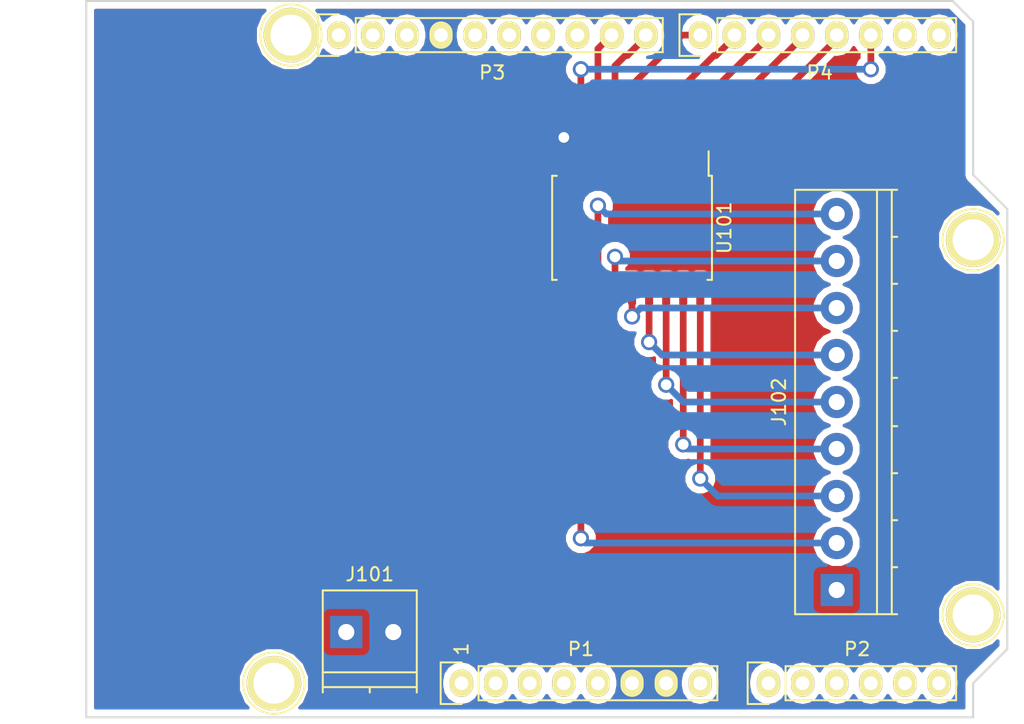
<source format=kicad_pcb>
(kicad_pcb (version 4) (host pcbnew 4.0.7+dfsg1-1ubuntu2)

  (general
    (links 24)
    (no_connects 2)
    (area 110.922999 72.949999 179.653001 126.440001)
    (thickness 1.6)
    (drawings 27)
    (tracks 67)
    (zones 0)
    (modules 11)
    (nets 42)
  )

  (page A4)
  (title_block
    (date "lun. 30 mars 2015")
  )

  (layers
    (0 F.Cu signal)
    (31 B.Cu signal)
    (32 B.Adhes user)
    (33 F.Adhes user)
    (34 B.Paste user)
    (35 F.Paste user)
    (36 B.SilkS user)
    (37 F.SilkS user)
    (38 B.Mask user)
    (39 F.Mask user)
    (40 Dwgs.User user)
    (41 Cmts.User user)
    (42 Eco1.User user)
    (43 Eco2.User user)
    (44 Edge.Cuts user)
    (45 Margin user)
    (46 B.CrtYd user)
    (47 F.CrtYd user)
    (48 B.Fab user)
    (49 F.Fab user)
  )

  (setup
    (last_trace_width 0.5)
    (user_trace_width 0.5)
    (trace_clearance 0.2)
    (zone_clearance 0.508)
    (zone_45_only no)
    (trace_min 0.2)
    (segment_width 0.15)
    (edge_width 0.15)
    (via_size 0.6)
    (via_drill 0.4)
    (via_min_size 0.4)
    (via_min_drill 0.3)
    (user_via 1.2 0.8)
    (uvia_size 0.3)
    (uvia_drill 0.1)
    (uvias_allowed no)
    (uvia_min_size 0.2)
    (uvia_min_drill 0.1)
    (pcb_text_width 0.3)
    (pcb_text_size 1.5 1.5)
    (mod_edge_width 0.15)
    (mod_text_size 1 1)
    (mod_text_width 0.15)
    (pad_size 4.064 4.064)
    (pad_drill 3.048)
    (pad_to_mask_clearance 0)
    (aux_axis_origin 110.998 126.365)
    (grid_origin 110.998 126.365)
    (visible_elements FFFFFF7F)
    (pcbplotparams
      (layerselection 0x00030_80000001)
      (usegerberextensions false)
      (excludeedgelayer true)
      (linewidth 0.100000)
      (plotframeref false)
      (viasonmask false)
      (mode 1)
      (useauxorigin false)
      (hpglpennumber 1)
      (hpglpenspeed 20)
      (hpglpendiameter 15)
      (hpglpenoverlay 2)
      (psnegative false)
      (psa4output false)
      (plotreference true)
      (plotvalue true)
      (plotinvisibletext false)
      (padsonsilk false)
      (subtractmaskfromsilk false)
      (outputformat 1)
      (mirror false)
      (drillshape 1)
      (scaleselection 1)
      (outputdirectory ""))
  )

  (net 0 "")
  (net 1 /IOREF)
  (net 2 /Reset)
  (net 3 +5V)
  (net 4 GND)
  (net 5 /Vin)
  (net 6 /A0)
  (net 7 /A1)
  (net 8 /A2)
  (net 9 /A3)
  (net 10 /AREF)
  (net 11 "/A4(SDA)")
  (net 12 "/A5(SCL)")
  (net 13 "/9(**)")
  (net 14 /8)
  (net 15 /7)
  (net 16 "/6(**)")
  (net 17 "/5(**)")
  (net 18 /4)
  (net 19 "/3(**)")
  (net 20 /2)
  (net 21 "/1(Tx)")
  (net 22 "/0(Rx)")
  (net 23 "Net-(P5-Pad1)")
  (net 24 "Net-(P6-Pad1)")
  (net 25 "Net-(P7-Pad1)")
  (net 26 "Net-(P8-Pad1)")
  (net 27 "/13(SCK)")
  (net 28 "/10(**/SS)")
  (net 29 "Net-(P1-Pad1)")
  (net 30 +3V3)
  (net 31 "/12(MISO)")
  (net 32 "/11(**/MOSI)")
  (net 33 +VDC)
  (net 34 "Net-(J102-Pad2)")
  (net 35 "Net-(J102-Pad3)")
  (net 36 "Net-(J102-Pad4)")
  (net 37 "Net-(J102-Pad5)")
  (net 38 "Net-(J102-Pad6)")
  (net 39 "Net-(J102-Pad7)")
  (net 40 "Net-(J102-Pad8)")
  (net 41 "Net-(J102-Pad9)")

  (net_class Default "This is the default net class."
    (clearance 0.2)
    (trace_width 0.25)
    (via_dia 0.6)
    (via_drill 0.4)
    (uvia_dia 0.3)
    (uvia_drill 0.1)
    (add_net +3V3)
    (add_net +5V)
    (add_net +VDC)
    (add_net "/0(Rx)")
    (add_net "/1(Tx)")
    (add_net "/10(**/SS)")
    (add_net "/11(**/MOSI)")
    (add_net "/12(MISO)")
    (add_net "/13(SCK)")
    (add_net /2)
    (add_net "/3(**)")
    (add_net /4)
    (add_net "/5(**)")
    (add_net "/6(**)")
    (add_net /7)
    (add_net /8)
    (add_net "/9(**)")
    (add_net /A0)
    (add_net /A1)
    (add_net /A2)
    (add_net /A3)
    (add_net "/A4(SDA)")
    (add_net "/A5(SCL)")
    (add_net /AREF)
    (add_net /IOREF)
    (add_net /Reset)
    (add_net /Vin)
    (add_net GND)
    (add_net "Net-(J102-Pad2)")
    (add_net "Net-(J102-Pad3)")
    (add_net "Net-(J102-Pad4)")
    (add_net "Net-(J102-Pad5)")
    (add_net "Net-(J102-Pad6)")
    (add_net "Net-(J102-Pad7)")
    (add_net "Net-(J102-Pad8)")
    (add_net "Net-(J102-Pad9)")
    (add_net "Net-(P1-Pad1)")
    (add_net "Net-(P5-Pad1)")
    (add_net "Net-(P6-Pad1)")
    (add_net "Net-(P7-Pad1)")
    (add_net "Net-(P8-Pad1)")
  )

  (module Socket_Arduino_Uno:Socket_Strip_Arduino_1x08 locked (layer F.Cu) (tedit 552168D2) (tstamp 551AF9EA)
    (at 138.938 123.825)
    (descr "Through hole socket strip")
    (tags "socket strip")
    (path /56D70129)
    (fp_text reference P1 (at 8.89 -2.54) (layer F.SilkS)
      (effects (font (size 1 1) (thickness 0.15)))
    )
    (fp_text value Power (at 8.89 -4.064) (layer F.Fab)
      (effects (font (size 1 1) (thickness 0.15)))
    )
    (fp_line (start -1.75 -1.75) (end -1.75 1.75) (layer F.CrtYd) (width 0.05))
    (fp_line (start 19.55 -1.75) (end 19.55 1.75) (layer F.CrtYd) (width 0.05))
    (fp_line (start -1.75 -1.75) (end 19.55 -1.75) (layer F.CrtYd) (width 0.05))
    (fp_line (start -1.75 1.75) (end 19.55 1.75) (layer F.CrtYd) (width 0.05))
    (fp_line (start 1.27 1.27) (end 19.05 1.27) (layer F.SilkS) (width 0.15))
    (fp_line (start 19.05 1.27) (end 19.05 -1.27) (layer F.SilkS) (width 0.15))
    (fp_line (start 19.05 -1.27) (end 1.27 -1.27) (layer F.SilkS) (width 0.15))
    (fp_line (start -1.55 1.55) (end 0 1.55) (layer F.SilkS) (width 0.15))
    (fp_line (start 1.27 1.27) (end 1.27 -1.27) (layer F.SilkS) (width 0.15))
    (fp_line (start 0 -1.55) (end -1.55 -1.55) (layer F.SilkS) (width 0.15))
    (fp_line (start -1.55 -1.55) (end -1.55 1.55) (layer F.SilkS) (width 0.15))
    (pad 1 thru_hole oval (at 0 0) (size 1.7272 2.032) (drill 1.016) (layers *.Cu *.Mask F.SilkS)
      (net 29 "Net-(P1-Pad1)"))
    (pad 2 thru_hole oval (at 2.54 0) (size 1.7272 2.032) (drill 1.016) (layers *.Cu *.Mask F.SilkS)
      (net 1 /IOREF))
    (pad 3 thru_hole oval (at 5.08 0) (size 1.7272 2.032) (drill 1.016) (layers *.Cu *.Mask F.SilkS)
      (net 2 /Reset))
    (pad 4 thru_hole oval (at 7.62 0) (size 1.7272 2.032) (drill 1.016) (layers *.Cu *.Mask F.SilkS)
      (net 30 +3V3))
    (pad 5 thru_hole oval (at 10.16 0) (size 1.7272 2.032) (drill 1.016) (layers *.Cu *.Mask F.SilkS)
      (net 3 +5V))
    (pad 6 thru_hole oval (at 12.7 0) (size 1.7272 2.032) (drill 1.016) (layers *.Cu *.Mask F.SilkS)
      (net 4 GND))
    (pad 7 thru_hole oval (at 15.24 0) (size 1.7272 2.032) (drill 1.016) (layers *.Cu *.Mask F.SilkS)
      (net 4 GND))
    (pad 8 thru_hole oval (at 17.78 0) (size 1.7272 2.032) (drill 1.016) (layers *.Cu *.Mask F.SilkS)
      (net 5 /Vin))
    (model ${KIPRJMOD}/Socket_Arduino_Uno.3dshapes/Socket_header_Arduino_1x08.wrl
      (at (xyz 0.35 0 0))
      (scale (xyz 1 1 1))
      (rotate (xyz 0 0 180))
    )
  )

  (module Socket_Arduino_Uno:Socket_Strip_Arduino_1x06 locked (layer F.Cu) (tedit 552168D6) (tstamp 551AF9FF)
    (at 161.798 123.825)
    (descr "Through hole socket strip")
    (tags "socket strip")
    (path /56D70DD8)
    (fp_text reference P2 (at 6.604 -2.54) (layer F.SilkS)
      (effects (font (size 1 1) (thickness 0.15)))
    )
    (fp_text value Analog (at 6.604 -4.064) (layer F.Fab)
      (effects (font (size 1 1) (thickness 0.15)))
    )
    (fp_line (start -1.75 -1.75) (end -1.75 1.75) (layer F.CrtYd) (width 0.05))
    (fp_line (start 14.45 -1.75) (end 14.45 1.75) (layer F.CrtYd) (width 0.05))
    (fp_line (start -1.75 -1.75) (end 14.45 -1.75) (layer F.CrtYd) (width 0.05))
    (fp_line (start -1.75 1.75) (end 14.45 1.75) (layer F.CrtYd) (width 0.05))
    (fp_line (start 1.27 1.27) (end 13.97 1.27) (layer F.SilkS) (width 0.15))
    (fp_line (start 13.97 1.27) (end 13.97 -1.27) (layer F.SilkS) (width 0.15))
    (fp_line (start 13.97 -1.27) (end 1.27 -1.27) (layer F.SilkS) (width 0.15))
    (fp_line (start -1.55 1.55) (end 0 1.55) (layer F.SilkS) (width 0.15))
    (fp_line (start 1.27 1.27) (end 1.27 -1.27) (layer F.SilkS) (width 0.15))
    (fp_line (start 0 -1.55) (end -1.55 -1.55) (layer F.SilkS) (width 0.15))
    (fp_line (start -1.55 -1.55) (end -1.55 1.55) (layer F.SilkS) (width 0.15))
    (pad 1 thru_hole oval (at 0 0) (size 1.7272 2.032) (drill 1.016) (layers *.Cu *.Mask F.SilkS)
      (net 6 /A0))
    (pad 2 thru_hole oval (at 2.54 0) (size 1.7272 2.032) (drill 1.016) (layers *.Cu *.Mask F.SilkS)
      (net 7 /A1))
    (pad 3 thru_hole oval (at 5.08 0) (size 1.7272 2.032) (drill 1.016) (layers *.Cu *.Mask F.SilkS)
      (net 8 /A2))
    (pad 4 thru_hole oval (at 7.62 0) (size 1.7272 2.032) (drill 1.016) (layers *.Cu *.Mask F.SilkS)
      (net 9 /A3))
    (pad 5 thru_hole oval (at 10.16 0) (size 1.7272 2.032) (drill 1.016) (layers *.Cu *.Mask F.SilkS)
      (net 11 "/A4(SDA)"))
    (pad 6 thru_hole oval (at 12.7 0) (size 1.7272 2.032) (drill 1.016) (layers *.Cu *.Mask F.SilkS)
      (net 12 "/A5(SCL)"))
    (model ${KIPRJMOD}/Socket_Arduino_Uno.3dshapes/Socket_header_Arduino_1x06.wrl
      (at (xyz 0.25 0 0))
      (scale (xyz 1 1 1))
      (rotate (xyz 0 0 180))
    )
  )

  (module Socket_Arduino_Uno:Socket_Strip_Arduino_1x10 locked (layer F.Cu) (tedit 552168BF) (tstamp 551AFA18)
    (at 129.794 75.565)
    (descr "Through hole socket strip")
    (tags "socket strip")
    (path /56D721E0)
    (fp_text reference P3 (at 11.43 2.794) (layer F.SilkS)
      (effects (font (size 1 1) (thickness 0.15)))
    )
    (fp_text value Digital (at 11.43 4.318) (layer F.Fab)
      (effects (font (size 1 1) (thickness 0.15)))
    )
    (fp_line (start -1.75 -1.75) (end -1.75 1.75) (layer F.CrtYd) (width 0.05))
    (fp_line (start 24.65 -1.75) (end 24.65 1.75) (layer F.CrtYd) (width 0.05))
    (fp_line (start -1.75 -1.75) (end 24.65 -1.75) (layer F.CrtYd) (width 0.05))
    (fp_line (start -1.75 1.75) (end 24.65 1.75) (layer F.CrtYd) (width 0.05))
    (fp_line (start 1.27 1.27) (end 24.13 1.27) (layer F.SilkS) (width 0.15))
    (fp_line (start 24.13 1.27) (end 24.13 -1.27) (layer F.SilkS) (width 0.15))
    (fp_line (start 24.13 -1.27) (end 1.27 -1.27) (layer F.SilkS) (width 0.15))
    (fp_line (start -1.55 1.55) (end 0 1.55) (layer F.SilkS) (width 0.15))
    (fp_line (start 1.27 1.27) (end 1.27 -1.27) (layer F.SilkS) (width 0.15))
    (fp_line (start 0 -1.55) (end -1.55 -1.55) (layer F.SilkS) (width 0.15))
    (fp_line (start -1.55 -1.55) (end -1.55 1.55) (layer F.SilkS) (width 0.15))
    (pad 1 thru_hole oval (at 0 0) (size 1.7272 2.032) (drill 1.016) (layers *.Cu *.Mask F.SilkS)
      (net 12 "/A5(SCL)"))
    (pad 2 thru_hole oval (at 2.54 0) (size 1.7272 2.032) (drill 1.016) (layers *.Cu *.Mask F.SilkS)
      (net 11 "/A4(SDA)"))
    (pad 3 thru_hole oval (at 5.08 0) (size 1.7272 2.032) (drill 1.016) (layers *.Cu *.Mask F.SilkS)
      (net 10 /AREF))
    (pad 4 thru_hole oval (at 7.62 0) (size 1.7272 2.032) (drill 1.016) (layers *.Cu *.Mask F.SilkS)
      (net 4 GND))
    (pad 5 thru_hole oval (at 10.16 0) (size 1.7272 2.032) (drill 1.016) (layers *.Cu *.Mask F.SilkS)
      (net 27 "/13(SCK)"))
    (pad 6 thru_hole oval (at 12.7 0) (size 1.7272 2.032) (drill 1.016) (layers *.Cu *.Mask F.SilkS)
      (net 31 "/12(MISO)"))
    (pad 7 thru_hole oval (at 15.24 0) (size 1.7272 2.032) (drill 1.016) (layers *.Cu *.Mask F.SilkS)
      (net 32 "/11(**/MOSI)"))
    (pad 8 thru_hole oval (at 17.78 0) (size 1.7272 2.032) (drill 1.016) (layers *.Cu *.Mask F.SilkS)
      (net 28 "/10(**/SS)"))
    (pad 9 thru_hole oval (at 20.32 0) (size 1.7272 2.032) (drill 1.016) (layers *.Cu *.Mask F.SilkS)
      (net 13 "/9(**)"))
    (pad 10 thru_hole oval (at 22.86 0) (size 1.7272 2.032) (drill 1.016) (layers *.Cu *.Mask F.SilkS)
      (net 14 /8))
    (model ${KIPRJMOD}/Socket_Arduino_Uno.3dshapes/Socket_header_Arduino_1x10.wrl
      (at (xyz 0.45 0 0))
      (scale (xyz 1 1 1))
      (rotate (xyz 0 0 180))
    )
  )

  (module Socket_Arduino_Uno:Socket_Strip_Arduino_1x08 locked (layer F.Cu) (tedit 552168C7) (tstamp 551AFA2F)
    (at 156.718 75.565)
    (descr "Through hole socket strip")
    (tags "socket strip")
    (path /56D7164F)
    (fp_text reference P4 (at 8.89 2.794) (layer F.SilkS)
      (effects (font (size 1 1) (thickness 0.15)))
    )
    (fp_text value Digital (at 8.89 4.318) (layer F.Fab)
      (effects (font (size 1 1) (thickness 0.15)))
    )
    (fp_line (start -1.75 -1.75) (end -1.75 1.75) (layer F.CrtYd) (width 0.05))
    (fp_line (start 19.55 -1.75) (end 19.55 1.75) (layer F.CrtYd) (width 0.05))
    (fp_line (start -1.75 -1.75) (end 19.55 -1.75) (layer F.CrtYd) (width 0.05))
    (fp_line (start -1.75 1.75) (end 19.55 1.75) (layer F.CrtYd) (width 0.05))
    (fp_line (start 1.27 1.27) (end 19.05 1.27) (layer F.SilkS) (width 0.15))
    (fp_line (start 19.05 1.27) (end 19.05 -1.27) (layer F.SilkS) (width 0.15))
    (fp_line (start 19.05 -1.27) (end 1.27 -1.27) (layer F.SilkS) (width 0.15))
    (fp_line (start -1.55 1.55) (end 0 1.55) (layer F.SilkS) (width 0.15))
    (fp_line (start 1.27 1.27) (end 1.27 -1.27) (layer F.SilkS) (width 0.15))
    (fp_line (start 0 -1.55) (end -1.55 -1.55) (layer F.SilkS) (width 0.15))
    (fp_line (start -1.55 -1.55) (end -1.55 1.55) (layer F.SilkS) (width 0.15))
    (pad 1 thru_hole oval (at 0 0) (size 1.7272 2.032) (drill 1.016) (layers *.Cu *.Mask F.SilkS)
      (net 15 /7))
    (pad 2 thru_hole oval (at 2.54 0) (size 1.7272 2.032) (drill 1.016) (layers *.Cu *.Mask F.SilkS)
      (net 16 "/6(**)"))
    (pad 3 thru_hole oval (at 5.08 0) (size 1.7272 2.032) (drill 1.016) (layers *.Cu *.Mask F.SilkS)
      (net 17 "/5(**)"))
    (pad 4 thru_hole oval (at 7.62 0) (size 1.7272 2.032) (drill 1.016) (layers *.Cu *.Mask F.SilkS)
      (net 18 /4))
    (pad 5 thru_hole oval (at 10.16 0) (size 1.7272 2.032) (drill 1.016) (layers *.Cu *.Mask F.SilkS)
      (net 19 "/3(**)"))
    (pad 6 thru_hole oval (at 12.7 0) (size 1.7272 2.032) (drill 1.016) (layers *.Cu *.Mask F.SilkS)
      (net 20 /2))
    (pad 7 thru_hole oval (at 15.24 0) (size 1.7272 2.032) (drill 1.016) (layers *.Cu *.Mask F.SilkS)
      (net 21 "/1(Tx)"))
    (pad 8 thru_hole oval (at 17.78 0) (size 1.7272 2.032) (drill 1.016) (layers *.Cu *.Mask F.SilkS)
      (net 22 "/0(Rx)"))
    (model ${KIPRJMOD}/Socket_Arduino_Uno.3dshapes/Socket_header_Arduino_1x08.wrl
      (at (xyz 0.35 0 0))
      (scale (xyz 1 1 1))
      (rotate (xyz 0 0 180))
    )
  )

  (module Socket_Arduino_Uno:Arduino_1pin locked (layer F.Cu) (tedit 5524FC39) (tstamp 5524FC3F)
    (at 124.968 123.825)
    (descr "module 1 pin (ou trou mecanique de percage)")
    (tags DEV)
    (path /56D71177)
    (fp_text reference P5 (at 0 -3.048) (layer F.SilkS) hide
      (effects (font (size 1 1) (thickness 0.15)))
    )
    (fp_text value CONN_01X01 (at 0 2.794) (layer F.Fab) hide
      (effects (font (size 1 1) (thickness 0.15)))
    )
    (fp_circle (center 0 0) (end 0 -2.286) (layer F.SilkS) (width 0.15))
    (pad 1 thru_hole circle (at 0 0) (size 4.064 4.064) (drill 3.048) (layers *.Cu *.Mask F.SilkS)
      (net 23 "Net-(P5-Pad1)"))
  )

  (module Socket_Arduino_Uno:Arduino_1pin locked (layer F.Cu) (tedit 5524FC4A) (tstamp 5524FC44)
    (at 177.038 118.745)
    (descr "module 1 pin (ou trou mecanique de percage)")
    (tags DEV)
    (path /56D71274)
    (fp_text reference P6 (at 0 -3.048) (layer F.SilkS) hide
      (effects (font (size 1 1) (thickness 0.15)))
    )
    (fp_text value CONN_01X01 (at 0 2.794) (layer F.Fab) hide
      (effects (font (size 1 1) (thickness 0.15)))
    )
    (fp_circle (center 0 0) (end 0 -2.286) (layer F.SilkS) (width 0.15))
    (pad 1 thru_hole circle (at 0 0) (size 4.064 4.064) (drill 3.048) (layers *.Cu *.Mask F.SilkS)
      (net 24 "Net-(P6-Pad1)"))
  )

  (module Socket_Arduino_Uno:Arduino_1pin locked (layer F.Cu) (tedit 5524FC2F) (tstamp 5524FC49)
    (at 126.238 75.565)
    (descr "module 1 pin (ou trou mecanique de percage)")
    (tags DEV)
    (path /56D712A8)
    (fp_text reference P7 (at 0 -3.048) (layer F.SilkS) hide
      (effects (font (size 1 1) (thickness 0.15)))
    )
    (fp_text value CONN_01X01 (at 0 2.794) (layer F.Fab) hide
      (effects (font (size 1 1) (thickness 0.15)))
    )
    (fp_circle (center 0 0) (end 0 -2.286) (layer F.SilkS) (width 0.15))
    (pad 1 thru_hole circle (at 0 0) (size 4.064 4.064) (drill 3.048) (layers *.Cu *.Mask F.SilkS)
      (net 25 "Net-(P7-Pad1)"))
  )

  (module Socket_Arduino_Uno:Arduino_1pin locked (layer F.Cu) (tedit 5524FC41) (tstamp 5524FC4E)
    (at 177.038 90.805)
    (descr "module 1 pin (ou trou mecanique de percage)")
    (tags DEV)
    (path /56D712DB)
    (fp_text reference P8 (at 0 -3.048) (layer F.SilkS) hide
      (effects (font (size 1 1) (thickness 0.15)))
    )
    (fp_text value CONN_01X01 (at 0 2.794) (layer F.Fab) hide
      (effects (font (size 1 1) (thickness 0.15)))
    )
    (fp_circle (center 0 0) (end 0 -2.286) (layer F.SilkS) (width 0.15))
    (pad 1 thru_hole circle (at 0 0) (size 4.064 4.064) (drill 3.048) (layers *.Cu *.Mask F.SilkS)
      (net 26 "Net-(P8-Pad1)"))
  )

  (module Connectors_Terminal_Blocks:TerminalBlock_Pheonix_PT-3.5mm_2pol (layer F.Cu) (tedit 0) (tstamp 63DF3DCA)
    (at 130.358 120.015)
    (descr "2-way 3.5mm pitch terminal block, Phoenix PT series")
    (path /63DFC3C2)
    (fp_text reference J101 (at 1.75 -4.3) (layer F.SilkS)
      (effects (font (size 1 1) (thickness 0.15)))
    )
    (fp_text value Screw_Terminal_01x02 (at 1.75 6) (layer F.Fab)
      (effects (font (size 1 1) (thickness 0.15)))
    )
    (fp_line (start -1.9 -3.3) (end 5.4 -3.3) (layer F.CrtYd) (width 0.05))
    (fp_line (start -1.9 4.7) (end -1.9 -3.3) (layer F.CrtYd) (width 0.05))
    (fp_line (start 5.4 4.7) (end -1.9 4.7) (layer F.CrtYd) (width 0.05))
    (fp_line (start 5.4 -3.3) (end 5.4 4.7) (layer F.CrtYd) (width 0.05))
    (fp_line (start 1.75 4.1) (end 1.75 4.5) (layer F.SilkS) (width 0.15))
    (fp_line (start -1.75 3) (end 5.25 3) (layer F.SilkS) (width 0.15))
    (fp_line (start -1.75 4.1) (end 5.25 4.1) (layer F.SilkS) (width 0.15))
    (fp_line (start -1.75 -3.1) (end -1.75 4.5) (layer F.SilkS) (width 0.15))
    (fp_line (start 5.25 4.5) (end 5.25 -3.1) (layer F.SilkS) (width 0.15))
    (fp_line (start 5.25 -3.1) (end -1.75 -3.1) (layer F.SilkS) (width 0.15))
    (pad 2 thru_hole circle (at 3.5 0) (size 2.4 2.4) (drill 1.2) (layers *.Cu *.Mask)
      (net 4 GND))
    (pad 1 thru_hole rect (at 0 0) (size 2.4 2.4) (drill 1.2) (layers *.Cu *.Mask)
      (net 33 +VDC))
    (model Terminal_Blocks.3dshapes/TerminalBlock_Pheonix_PT-3.5mm_2pol.wrl
      (at (xyz 0 0 0))
      (scale (xyz 1 1 1))
      (rotate (xyz 0 0 0))
    )
  )

  (module Connectors_Terminal_Blocks:TerminalBlock_Pheonix_PT-3.5mm_9pol (layer F.Cu) (tedit 0) (tstamp 63DF3DE8)
    (at 166.878 116.885 90)
    (descr "9-way 3.5mm pitch terminal block, Phoenix PT series")
    (path /63DFC18D)
    (fp_text reference J102 (at 14 -4.3 90) (layer F.SilkS)
      (effects (font (size 1 1) (thickness 0.15)))
    )
    (fp_text value Screw_Terminal_01x09 (at 14 6 90) (layer F.Fab)
      (effects (font (size 1 1) (thickness 0.15)))
    )
    (fp_line (start -2 -3.3) (end 30 -3.3) (layer F.CrtYd) (width 0.05))
    (fp_line (start -2 4.7) (end -2 -3.3) (layer F.CrtYd) (width 0.05))
    (fp_line (start 30 4.7) (end -2 4.7) (layer F.CrtYd) (width 0.05))
    (fp_line (start 30 -3.3) (end 30 4.7) (layer F.CrtYd) (width 0.05))
    (fp_line (start 12.2 4.1) (end 12.2 4.5) (layer F.SilkS) (width 0.15))
    (fp_line (start 26.3 4.1) (end 26.3 4.5) (layer F.SilkS) (width 0.15))
    (fp_line (start 19.3 4.1) (end 19.3 4.5) (layer F.SilkS) (width 0.15))
    (fp_line (start 22.8 4.1) (end 22.8 4.5) (layer F.SilkS) (width 0.15))
    (fp_line (start 15.8 4.1) (end 15.8 4.5) (layer F.SilkS) (width 0.15))
    (fp_line (start 8.7 4.1) (end 8.7 4.5) (layer F.SilkS) (width 0.15))
    (fp_line (start 1.7 4.1) (end 1.7 4.5) (layer F.SilkS) (width 0.15))
    (fp_line (start 5.2 4.1) (end 5.2 4.5) (layer F.SilkS) (width 0.15))
    (fp_line (start -1.8 3) (end 29.8 3) (layer F.SilkS) (width 0.15))
    (fp_line (start -1.8 4.1) (end 29.8 4.1) (layer F.SilkS) (width 0.15))
    (fp_line (start -1.8 -3.1) (end -1.8 4.5) (layer F.SilkS) (width 0.15))
    (fp_line (start 29.8 4.5) (end 29.8 -3.1) (layer F.SilkS) (width 0.15))
    (fp_line (start 29.8 -3.1) (end -1.8 -3.1) (layer F.SilkS) (width 0.15))
    (pad 2 thru_hole circle (at 3.5 0 90) (size 2.4 2.4) (drill 1.2) (layers *.Cu *.Mask)
      (net 34 "Net-(J102-Pad2)"))
    (pad 1 thru_hole rect (at 0 0 90) (size 2.4 2.4) (drill 1.2) (layers *.Cu *.Mask)
      (net 33 +VDC))
    (pad 3 thru_hole circle (at 7 0 90) (size 2.4 2.4) (drill 1.2) (layers *.Cu *.Mask)
      (net 35 "Net-(J102-Pad3)"))
    (pad 4 thru_hole circle (at 10.5 0 90) (size 2.4 2.4) (drill 1.2) (layers *.Cu *.Mask)
      (net 36 "Net-(J102-Pad4)"))
    (pad 5 thru_hole circle (at 14 0 90) (size 2.4 2.4) (drill 1.2) (layers *.Cu *.Mask)
      (net 37 "Net-(J102-Pad5)"))
    (pad 6 thru_hole circle (at 17.5 0 90) (size 2.4 2.4) (drill 1.2) (layers *.Cu *.Mask)
      (net 38 "Net-(J102-Pad6)"))
    (pad 7 thru_hole circle (at 21 0 90) (size 2.4 2.4) (drill 1.2) (layers *.Cu *.Mask)
      (net 39 "Net-(J102-Pad7)"))
    (pad 8 thru_hole circle (at 24.5 0 90) (size 2.4 2.4) (drill 1.2) (layers *.Cu *.Mask)
      (net 40 "Net-(J102-Pad8)"))
    (pad 9 thru_hole circle (at 28 0 90) (size 2.4 2.4) (drill 1.2) (layers *.Cu *.Mask)
      (net 41 "Net-(J102-Pad9)"))
    (model Terminal_Blocks.3dshapes/TerminalBlock_Pheonix_PT-3.5mm_9pol.wrl
      (at (xyz 0 0 0))
      (scale (xyz 1 1 1))
      (rotate (xyz 0 0 0))
    )
  )

  (module Housings_SOIC:SOIC-18W_7.5x11.6mm_Pitch1.27mm (layer F.Cu) (tedit 58CC8F64) (tstamp 63DF3E0F)
    (at 151.638 89.915 270)
    (descr "18-Lead Plastic Small Outline (SO) - Wide, 7.50 mm Body [SOIC] (see Microchip Packaging Specification 00000049BS.pdf)")
    (tags "SOIC 1.27")
    (path /63DFA5B1)
    (attr smd)
    (fp_text reference U101 (at 0 -6.875 270) (layer F.SilkS)
      (effects (font (size 1 1) (thickness 0.15)))
    )
    (fp_text value TBD62083A (at 0 6.875 270) (layer F.Fab)
      (effects (font (size 1 1) (thickness 0.15)))
    )
    (fp_text user %R (at 0 0 270) (layer F.Fab)
      (effects (font (size 1 1) (thickness 0.15)))
    )
    (fp_line (start -2.75 -5.8) (end 3.75 -5.8) (layer F.Fab) (width 0.15))
    (fp_line (start 3.75 -5.8) (end 3.75 5.8) (layer F.Fab) (width 0.15))
    (fp_line (start 3.75 5.8) (end -3.75 5.8) (layer F.Fab) (width 0.15))
    (fp_line (start -3.75 5.8) (end -3.75 -4.8) (layer F.Fab) (width 0.15))
    (fp_line (start -3.75 -4.8) (end -2.75 -5.8) (layer F.Fab) (width 0.15))
    (fp_line (start -5.95 -6.15) (end -5.95 6.15) (layer F.CrtYd) (width 0.05))
    (fp_line (start 5.95 -6.15) (end 5.95 6.15) (layer F.CrtYd) (width 0.05))
    (fp_line (start -5.95 -6.15) (end 5.95 -6.15) (layer F.CrtYd) (width 0.05))
    (fp_line (start -5.95 6.15) (end 5.95 6.15) (layer F.CrtYd) (width 0.05))
    (fp_line (start -3.875 -5.95) (end -3.875 -5.7) (layer F.SilkS) (width 0.15))
    (fp_line (start 3.875 -5.95) (end 3.875 -5.605) (layer F.SilkS) (width 0.15))
    (fp_line (start 3.875 5.95) (end 3.875 5.605) (layer F.SilkS) (width 0.15))
    (fp_line (start -3.875 5.95) (end -3.875 5.605) (layer F.SilkS) (width 0.15))
    (fp_line (start -3.875 -5.95) (end 3.875 -5.95) (layer F.SilkS) (width 0.15))
    (fp_line (start -3.875 5.95) (end 3.875 5.95) (layer F.SilkS) (width 0.15))
    (fp_line (start -3.875 -5.7) (end -5.7 -5.7) (layer F.SilkS) (width 0.15))
    (pad 1 smd rect (at -4.7 -5.08 270) (size 2 0.6) (layers F.Cu F.Paste F.Mask)
      (net 19 "/3(**)"))
    (pad 2 smd rect (at -4.7 -3.81 270) (size 2 0.6) (layers F.Cu F.Paste F.Mask)
      (net 18 /4))
    (pad 3 smd rect (at -4.7 -2.54 270) (size 2 0.6) (layers F.Cu F.Paste F.Mask)
      (net 17 "/5(**)"))
    (pad 4 smd rect (at -4.7 -1.27 270) (size 2 0.6) (layers F.Cu F.Paste F.Mask)
      (net 16 "/6(**)"))
    (pad 5 smd rect (at -4.7 0 270) (size 2 0.6) (layers F.Cu F.Paste F.Mask)
      (net 15 /7))
    (pad 6 smd rect (at -4.7 1.27 270) (size 2 0.6) (layers F.Cu F.Paste F.Mask)
      (net 14 /8))
    (pad 7 smd rect (at -4.7 2.54 270) (size 2 0.6) (layers F.Cu F.Paste F.Mask)
      (net 13 "/9(**)"))
    (pad 8 smd rect (at -4.7 3.81 270) (size 2 0.6) (layers F.Cu F.Paste F.Mask)
      (net 20 /2))
    (pad 9 smd rect (at -4.7 5.08 270) (size 2 0.6) (layers F.Cu F.Paste F.Mask)
      (net 4 GND))
    (pad 10 smd rect (at 4.7 5.08 270) (size 2 0.6) (layers F.Cu F.Paste F.Mask)
      (net 33 +VDC))
    (pad 11 smd rect (at 4.7 3.81 270) (size 2 0.6) (layers F.Cu F.Paste F.Mask)
      (net 34 "Net-(J102-Pad2)"))
    (pad 12 smd rect (at 4.7 2.54 270) (size 2 0.6) (layers F.Cu F.Paste F.Mask)
      (net 41 "Net-(J102-Pad9)"))
    (pad 13 smd rect (at 4.7 1.27 270) (size 2 0.6) (layers F.Cu F.Paste F.Mask)
      (net 40 "Net-(J102-Pad8)"))
    (pad 14 smd rect (at 4.7 0 270) (size 2 0.6) (layers F.Cu F.Paste F.Mask)
      (net 39 "Net-(J102-Pad7)"))
    (pad 15 smd rect (at 4.7 -1.27 270) (size 2 0.6) (layers F.Cu F.Paste F.Mask)
      (net 38 "Net-(J102-Pad6)"))
    (pad 16 smd rect (at 4.7 -2.54 270) (size 2 0.6) (layers F.Cu F.Paste F.Mask)
      (net 37 "Net-(J102-Pad5)"))
    (pad 17 smd rect (at 4.7 -3.81 270) (size 2 0.6) (layers F.Cu F.Paste F.Mask)
      (net 36 "Net-(J102-Pad4)"))
    (pad 18 smd rect (at 4.7 -5.08 270) (size 2 0.6) (layers F.Cu F.Paste F.Mask)
      (net 35 "Net-(J102-Pad3)"))
    (model ${KISYS3DMOD}/Housings_SOIC.3dshapes/SOIC-18W_7.5x11.6mm_Pitch1.27mm.wrl
      (at (xyz 0 0 0))
      (scale (xyz 1 1 1))
      (rotate (xyz 0 0 0))
    )
  )

  (gr_text 1 (at 138.938 121.285 90) (layer F.SilkS)
    (effects (font (size 1 1) (thickness 0.15)))
  )
  (gr_circle (center 117.348 76.962) (end 118.618 76.962) (layer Dwgs.User) (width 0.15))
  (gr_line (start 114.427 78.994) (end 114.427 74.93) (angle 90) (layer Dwgs.User) (width 0.15))
  (gr_line (start 120.269 78.994) (end 114.427 78.994) (angle 90) (layer Dwgs.User) (width 0.15))
  (gr_line (start 120.269 74.93) (end 120.269 78.994) (angle 90) (layer Dwgs.User) (width 0.15))
  (gr_line (start 114.427 74.93) (end 120.269 74.93) (angle 90) (layer Dwgs.User) (width 0.15))
  (gr_line (start 120.523 93.98) (end 104.648 93.98) (angle 90) (layer Dwgs.User) (width 0.15))
  (gr_line (start 177.038 74.549) (end 175.514 73.025) (angle 90) (layer Edge.Cuts) (width 0.15))
  (gr_line (start 177.038 85.979) (end 177.038 74.549) (angle 90) (layer Edge.Cuts) (width 0.15))
  (gr_line (start 179.578 88.519) (end 177.038 85.979) (angle 90) (layer Edge.Cuts) (width 0.15))
  (gr_line (start 179.578 121.285) (end 179.578 88.519) (angle 90) (layer Edge.Cuts) (width 0.15))
  (gr_line (start 177.038 123.825) (end 179.578 121.285) (angle 90) (layer Edge.Cuts) (width 0.15))
  (gr_line (start 177.038 126.365) (end 177.038 123.825) (angle 90) (layer Edge.Cuts) (width 0.15))
  (gr_line (start 110.998 126.365) (end 177.038 126.365) (angle 90) (layer Edge.Cuts) (width 0.15))
  (gr_line (start 110.998 73.025) (end 110.998 126.365) (angle 90) (layer Edge.Cuts) (width 0.15))
  (gr_line (start 175.514 73.025) (end 110.998 73.025) (angle 90) (layer Edge.Cuts) (width 0.15))
  (gr_line (start 173.355 102.235) (end 173.355 94.615) (angle 90) (layer Dwgs.User) (width 0.15))
  (gr_line (start 178.435 102.235) (end 173.355 102.235) (angle 90) (layer Dwgs.User) (width 0.15))
  (gr_line (start 178.435 94.615) (end 178.435 102.235) (angle 90) (layer Dwgs.User) (width 0.15))
  (gr_line (start 173.355 94.615) (end 178.435 94.615) (angle 90) (layer Dwgs.User) (width 0.15))
  (gr_line (start 109.093 123.19) (end 109.093 114.3) (angle 90) (layer Dwgs.User) (width 0.15))
  (gr_line (start 122.428 123.19) (end 109.093 123.19) (angle 90) (layer Dwgs.User) (width 0.15))
  (gr_line (start 122.428 114.3) (end 122.428 123.19) (angle 90) (layer Dwgs.User) (width 0.15))
  (gr_line (start 109.093 114.3) (end 122.428 114.3) (angle 90) (layer Dwgs.User) (width 0.15))
  (gr_line (start 104.648 93.98) (end 104.648 82.55) (angle 90) (layer Dwgs.User) (width 0.15))
  (gr_line (start 120.523 82.55) (end 120.523 93.98) (angle 90) (layer Dwgs.User) (width 0.15))
  (gr_line (start 104.648 82.55) (end 120.523 82.55) (angle 90) (layer Dwgs.User) (width 0.15))

  (segment (start 146.558 85.215) (end 146.558 83.185) (width 0.5) (layer F.Cu) (net 4))
  (via (at 146.558 83.185) (size 1.2) (drill 0.8) (layers F.Cu B.Cu) (net 4))
  (segment (start 149.098 85.215) (end 149.098 76.581) (width 0.5) (layer F.Cu) (net 13))
  (segment (start 149.098 76.581) (end 150.114 75.565) (width 0.5) (layer F.Cu) (net 13))
  (segment (start 150.368 85.215) (end 150.368 77.851) (width 0.5) (layer F.Cu) (net 14))
  (segment (start 150.368 77.851) (end 151.138 77.081) (width 0.5) (layer F.Cu) (net 14))
  (segment (start 151.138 77.081) (end 151.2904 77.081) (width 0.5) (layer F.Cu) (net 14))
  (segment (start 151.2904 77.081) (end 152.654 75.7174) (width 0.5) (layer F.Cu) (net 14))
  (segment (start 152.654 75.7174) (end 152.654 75.565) (width 0.5) (layer F.Cu) (net 14))
  (segment (start 151.638 85.215) (end 151.638 79.2814) (width 0.5) (layer F.Cu) (net 15))
  (segment (start 151.638 79.2814) (end 155.3544 75.565) (width 0.5) (layer F.Cu) (net 15))
  (segment (start 155.3544 75.565) (end 156.718 75.565) (width 0.5) (layer F.Cu) (net 15))
  (segment (start 152.908 85.215) (end 152.908 81.915) (width 0.5) (layer F.Cu) (net 16))
  (segment (start 152.908 81.915) (end 157.742 77.081) (width 0.5) (layer F.Cu) (net 16))
  (segment (start 159.258 75.7174) (end 159.258 75.565) (width 0.5) (layer F.Cu) (net 16))
  (segment (start 157.742 77.081) (end 157.8944 77.081) (width 0.5) (layer F.Cu) (net 16))
  (segment (start 157.8944 77.081) (end 159.258 75.7174) (width 0.5) (layer F.Cu) (net 16))
  (segment (start 154.178 85.215) (end 154.178 83.185) (width 0.5) (layer F.Cu) (net 17))
  (segment (start 154.178 83.185) (end 160.282 77.081) (width 0.5) (layer F.Cu) (net 17))
  (segment (start 160.282 77.081) (end 160.4344 77.081) (width 0.5) (layer F.Cu) (net 17))
  (segment (start 160.4344 77.081) (end 161.798 75.7174) (width 0.5) (layer F.Cu) (net 17))
  (segment (start 161.798 75.7174) (end 161.798 75.565) (width 0.5) (layer F.Cu) (net 17))
  (segment (start 155.448 85.215) (end 155.448 84.515) (width 0.5) (layer F.Cu) (net 18))
  (segment (start 162.9744 77.081) (end 164.338 75.7174) (width 0.5) (layer F.Cu) (net 18))
  (segment (start 155.448 84.515) (end 162.882 77.081) (width 0.5) (layer F.Cu) (net 18))
  (segment (start 162.882 77.081) (end 162.9744 77.081) (width 0.5) (layer F.Cu) (net 18))
  (segment (start 164.338 75.7174) (end 164.338 75.565) (width 0.5) (layer F.Cu) (net 18))
  (segment (start 156.718 85.215) (end 157.518 85.215) (width 0.5) (layer F.Cu) (net 19))
  (segment (start 157.518 85.215) (end 166.878 75.855) (width 0.5) (layer F.Cu) (net 19))
  (segment (start 166.878 75.855) (end 166.878 75.565) (width 0.5) (layer F.Cu) (net 19))
  (segment (start 169.418 78.105) (end 169.418 75.565) (width 0.5) (layer F.Cu) (net 20))
  (segment (start 147.828 78.105) (end 169.418 78.105) (width 0.5) (layer B.Cu) (net 20))
  (via (at 169.418 78.105) (size 1.2) (drill 0.8) (layers F.Cu B.Cu) (net 20))
  (segment (start 147.828 85.215) (end 147.828 78.105) (width 0.5) (layer F.Cu) (net 20))
  (via (at 147.828 78.105) (size 1.2) (drill 0.8) (layers F.Cu B.Cu) (net 20))
  (segment (start 147.828 113.03) (end 147.828 94.615) (width 0.5) (layer F.Cu) (net 34))
  (segment (start 148.183 113.385) (end 147.828 113.03) (width 0.5) (layer B.Cu) (net 34))
  (via (at 147.828 113.03) (size 1.2) (drill 0.8) (layers F.Cu B.Cu) (net 34))
  (segment (start 166.878 113.385) (end 148.183 113.385) (width 0.5) (layer B.Cu) (net 34))
  (segment (start 156.718 108.585) (end 156.718 94.615) (width 0.5) (layer F.Cu) (net 35))
  (segment (start 166.878 109.885) (end 158.018 109.885) (width 0.5) (layer B.Cu) (net 35))
  (segment (start 158.018 109.885) (end 156.718 108.585) (width 0.5) (layer B.Cu) (net 35))
  (via (at 156.718 108.585) (size 1.2) (drill 0.8) (layers F.Cu B.Cu) (net 35))
  (segment (start 155.448 106.045) (end 155.448 94.615) (width 0.5) (layer F.Cu) (net 36))
  (segment (start 166.878 106.385) (end 155.788 106.385) (width 0.5) (layer B.Cu) (net 36))
  (segment (start 155.788 106.385) (end 155.448 106.045) (width 0.5) (layer B.Cu) (net 36))
  (via (at 155.448 106.045) (size 1.2) (drill 0.8) (layers F.Cu B.Cu) (net 36))
  (segment (start 154.178 101.6) (end 154.178 94.615) (width 0.5) (layer F.Cu) (net 37))
  (segment (start 166.878 102.885) (end 155.463 102.885) (width 0.5) (layer B.Cu) (net 37))
  (segment (start 155.463 102.885) (end 154.178 101.6) (width 0.5) (layer B.Cu) (net 37))
  (via (at 154.178 101.6) (size 1.2) (drill 0.8) (layers F.Cu B.Cu) (net 37))
  (segment (start 152.908 98.425) (end 152.908 94.615) (width 0.5) (layer F.Cu) (net 38))
  (segment (start 166.878 99.385) (end 153.868 99.385) (width 0.5) (layer B.Cu) (net 38))
  (segment (start 153.868 99.385) (end 152.908 98.425) (width 0.5) (layer B.Cu) (net 38))
  (via (at 152.908 98.425) (size 1.2) (drill 0.8) (layers F.Cu B.Cu) (net 38))
  (segment (start 151.638 96.52) (end 151.638 94.615) (width 0.5) (layer F.Cu) (net 39))
  (segment (start 166.878 95.885) (end 152.273 95.885) (width 0.5) (layer B.Cu) (net 39))
  (segment (start 152.273 95.885) (end 151.638 96.52) (width 0.5) (layer B.Cu) (net 39))
  (via (at 151.638 96.52) (size 1.2) (drill 0.8) (layers F.Cu B.Cu) (net 39))
  (segment (start 150.368 92.075) (end 150.368 94.615) (width 0.5) (layer F.Cu) (net 40))
  (segment (start 166.878 92.385) (end 150.678 92.385) (width 0.5) (layer B.Cu) (net 40))
  (segment (start 150.678 92.385) (end 150.368 92.075) (width 0.5) (layer B.Cu) (net 40))
  (via (at 150.368 92.075) (size 1.2) (drill 0.8) (layers F.Cu B.Cu) (net 40))
  (segment (start 149.098 88.265) (end 149.098 94.615) (width 0.5) (layer F.Cu) (net 41))
  (segment (start 166.878 88.885) (end 149.718 88.885) (width 0.5) (layer B.Cu) (net 41))
  (segment (start 149.718 88.885) (end 149.098 88.265) (width 0.5) (layer B.Cu) (net 41))
  (via (at 149.098 88.265) (size 1.2) (drill 0.8) (layers F.Cu B.Cu) (net 41))

  (zone (net 33) (net_name +VDC) (layer F.Cu) (tstamp 0) (hatch edge 0.508)
    (connect_pads yes (clearance 0.508))
    (min_thickness 0.254)
    (fill yes (arc_segments 16) (thermal_gap 0.508) (thermal_bridge_width 0.508))
    (polygon
      (pts
        (xy 110.998 126.365) (xy 110.998 73.025) (xy 180.848 73.025) (xy 180.848 126.365)
      )
    )
    (filled_polygon
      (pts
        (xy 123.978345 74.052293) (xy 123.571464 75.032173) (xy 123.570538 76.093172) (xy 123.975709 77.073761) (xy 124.725293 77.824655)
        (xy 125.705173 78.231536) (xy 126.766172 78.232462) (xy 127.746761 77.827291) (xy 128.497655 77.077707) (xy 128.657071 76.693789)
        (xy 128.73433 76.809415) (xy 129.220511 77.134271) (xy 129.794 77.248345) (xy 130.367489 77.134271) (xy 130.85367 76.809415)
        (xy 131.064 76.494634) (xy 131.27433 76.809415) (xy 131.760511 77.134271) (xy 132.334 77.248345) (xy 132.907489 77.134271)
        (xy 133.39367 76.809415) (xy 133.604 76.494634) (xy 133.81433 76.809415) (xy 134.300511 77.134271) (xy 134.874 77.248345)
        (xy 135.447489 77.134271) (xy 135.93367 76.809415) (xy 136.144 76.494634) (xy 136.35433 76.809415) (xy 136.840511 77.134271)
        (xy 137.414 77.248345) (xy 137.987489 77.134271) (xy 138.47367 76.809415) (xy 138.684 76.494634) (xy 138.89433 76.809415)
        (xy 139.380511 77.134271) (xy 139.954 77.248345) (xy 140.527489 77.134271) (xy 141.01367 76.809415) (xy 141.224 76.494634)
        (xy 141.43433 76.809415) (xy 141.920511 77.134271) (xy 142.494 77.248345) (xy 143.067489 77.134271) (xy 143.55367 76.809415)
        (xy 143.764 76.494634) (xy 143.97433 76.809415) (xy 144.460511 77.134271) (xy 145.034 77.248345) (xy 145.607489 77.134271)
        (xy 146.09367 76.809415) (xy 146.304 76.494634) (xy 146.51433 76.809415) (xy 147.000511 77.134271) (xy 147.043733 77.142868)
        (xy 146.781629 77.404515) (xy 146.593215 77.858266) (xy 146.592786 78.349579) (xy 146.780408 78.803657) (xy 146.943 78.966533)
        (xy 146.943 82.007628) (xy 146.804734 81.950215) (xy 146.313421 81.949786) (xy 145.859343 82.137408) (xy 145.511629 82.484515)
        (xy 145.323215 82.938266) (xy 145.322786 83.429579) (xy 145.510408 83.883657) (xy 145.649452 84.022944) (xy 145.61056 84.215)
        (xy 145.61056 86.215) (xy 145.654838 86.450317) (xy 145.79391 86.666441) (xy 146.00611 86.811431) (xy 146.258 86.86244)
        (xy 146.858 86.86244) (xy 147.093317 86.818162) (xy 147.192528 86.754322) (xy 147.27611 86.811431) (xy 147.528 86.86244)
        (xy 148.128 86.86244) (xy 148.363317 86.818162) (xy 148.462528 86.754322) (xy 148.54611 86.811431) (xy 148.798 86.86244)
        (xy 149.398 86.86244) (xy 149.633317 86.818162) (xy 149.732528 86.754322) (xy 149.81611 86.811431) (xy 150.068 86.86244)
        (xy 150.668 86.86244) (xy 150.903317 86.818162) (xy 151.002528 86.754322) (xy 151.08611 86.811431) (xy 151.338 86.86244)
        (xy 151.938 86.86244) (xy 152.173317 86.818162) (xy 152.272528 86.754322) (xy 152.35611 86.811431) (xy 152.608 86.86244)
        (xy 153.208 86.86244) (xy 153.443317 86.818162) (xy 153.542528 86.754322) (xy 153.62611 86.811431) (xy 153.878 86.86244)
        (xy 154.478 86.86244) (xy 154.713317 86.818162) (xy 154.812528 86.754322) (xy 154.89611 86.811431) (xy 155.148 86.86244)
        (xy 155.748 86.86244) (xy 155.983317 86.818162) (xy 156.082528 86.754322) (xy 156.16611 86.811431) (xy 156.418 86.86244)
        (xy 157.018 86.86244) (xy 157.253317 86.818162) (xy 157.469441 86.67909) (xy 157.614431 86.46689) (xy 157.66544 86.215)
        (xy 157.66544 86.070673) (xy 157.800484 86.04381) (xy 157.856675 86.032633) (xy 158.14379 85.84079) (xy 166.759755 77.224825)
        (xy 166.878 77.248345) (xy 167.451489 77.134271) (xy 167.93767 76.809415) (xy 168.148 76.494634) (xy 168.35833 76.809415)
        (xy 168.533 76.926126) (xy 168.533 77.243426) (xy 168.371629 77.404515) (xy 168.183215 77.858266) (xy 168.182786 78.349579)
        (xy 168.370408 78.803657) (xy 168.717515 79.151371) (xy 169.171266 79.339785) (xy 169.662579 79.340214) (xy 170.116657 79.152592)
        (xy 170.464371 78.805485) (xy 170.652785 78.351734) (xy 170.653214 77.860421) (xy 170.465592 77.406343) (xy 170.303 77.243467)
        (xy 170.303 76.926126) (xy 170.47767 76.809415) (xy 170.688 76.494634) (xy 170.89833 76.809415) (xy 171.384511 77.134271)
        (xy 171.958 77.248345) (xy 172.531489 77.134271) (xy 173.01767 76.809415) (xy 173.228 76.494634) (xy 173.43833 76.809415)
        (xy 173.924511 77.134271) (xy 174.498 77.248345) (xy 175.071489 77.134271) (xy 175.55767 76.809415) (xy 175.882526 76.323234)
        (xy 175.9966 75.749745) (xy 175.9966 75.380255) (xy 175.882526 74.806766) (xy 175.55767 74.320585) (xy 175.071489 73.995729)
        (xy 174.498 73.881655) (xy 173.924511 73.995729) (xy 173.43833 74.320585) (xy 173.228 74.635366) (xy 173.01767 74.320585)
        (xy 172.531489 73.995729) (xy 171.958 73.881655) (xy 171.384511 73.995729) (xy 170.89833 74.320585) (xy 170.688 74.635366)
        (xy 170.47767 74.320585) (xy 169.991489 73.995729) (xy 169.418 73.881655) (xy 168.844511 73.995729) (xy 168.35833 74.320585)
        (xy 168.148 74.635366) (xy 167.93767 74.320585) (xy 167.451489 73.995729) (xy 166.878 73.881655) (xy 166.304511 73.995729)
        (xy 165.81833 74.320585) (xy 165.608 74.635366) (xy 165.39767 74.320585) (xy 164.911489 73.995729) (xy 164.338 73.881655)
        (xy 163.764511 73.995729) (xy 163.27833 74.320585) (xy 163.068 74.635366) (xy 162.85767 74.320585) (xy 162.371489 73.995729)
        (xy 161.798 73.881655) (xy 161.224511 73.995729) (xy 160.73833 74.320585) (xy 160.528 74.635366) (xy 160.31767 74.320585)
        (xy 159.831489 73.995729) (xy 159.258 73.881655) (xy 158.684511 73.995729) (xy 158.19833 74.320585) (xy 157.988 74.635366)
        (xy 157.77767 74.320585) (xy 157.291489 73.995729) (xy 156.718 73.881655) (xy 156.144511 73.995729) (xy 155.65833 74.320585)
        (xy 155.418176 74.68) (xy 155.354405 74.68) (xy 155.3544 74.679999) (xy 155.015725 74.747367) (xy 154.72861 74.93921)
        (xy 154.728608 74.939213) (xy 154.1526 75.515221) (xy 154.1526 75.380255) (xy 154.038526 74.806766) (xy 153.71367 74.320585)
        (xy 153.227489 73.995729) (xy 152.654 73.881655) (xy 152.080511 73.995729) (xy 151.59433 74.320585) (xy 151.384 74.635366)
        (xy 151.17367 74.320585) (xy 150.687489 73.995729) (xy 150.114 73.881655) (xy 149.540511 73.995729) (xy 149.05433 74.320585)
        (xy 148.844 74.635366) (xy 148.63367 74.320585) (xy 148.147489 73.995729) (xy 147.574 73.881655) (xy 147.000511 73.995729)
        (xy 146.51433 74.320585) (xy 146.304 74.635366) (xy 146.09367 74.320585) (xy 145.607489 73.995729) (xy 145.034 73.881655)
        (xy 144.460511 73.995729) (xy 143.97433 74.320585) (xy 143.764 74.635366) (xy 143.55367 74.320585) (xy 143.067489 73.995729)
        (xy 142.494 73.881655) (xy 141.920511 73.995729) (xy 141.43433 74.320585) (xy 141.224 74.635366) (xy 141.01367 74.320585)
        (xy 140.527489 73.995729) (xy 139.954 73.881655) (xy 139.380511 73.995729) (xy 138.89433 74.320585) (xy 138.684 74.635366)
        (xy 138.47367 74.320585) (xy 137.987489 73.995729) (xy 137.414 73.881655) (xy 136.840511 73.995729) (xy 136.35433 74.320585)
        (xy 136.144 74.635366) (xy 135.93367 74.320585) (xy 135.447489 73.995729) (xy 134.874 73.881655) (xy 134.300511 73.995729)
        (xy 133.81433 74.320585) (xy 133.604 74.635366) (xy 133.39367 74.320585) (xy 132.907489 73.995729) (xy 132.334 73.881655)
        (xy 131.760511 73.995729) (xy 131.27433 74.320585) (xy 131.064 74.635366) (xy 130.85367 74.320585) (xy 130.367489 73.995729)
        (xy 129.794 73.881655) (xy 129.220511 73.995729) (xy 128.73433 74.320585) (xy 128.657208 74.436007) (xy 128.500291 74.056239)
        (xy 128.179612 73.735) (xy 175.219908 73.735) (xy 176.328 74.843091) (xy 176.328 85.979) (xy 176.382046 86.250705)
        (xy 176.535954 86.481046) (xy 178.868 88.813091) (xy 178.868 88.863193) (xy 178.550707 88.545345) (xy 177.570827 88.138464)
        (xy 176.509828 88.137538) (xy 175.529239 88.542709) (xy 174.778345 89.292293) (xy 174.371464 90.272173) (xy 174.370538 91.333172)
        (xy 174.775709 92.313761) (xy 175.525293 93.064655) (xy 176.505173 93.471536) (xy 177.566172 93.472462) (xy 178.546761 93.067291)
        (xy 178.868 92.746612) (xy 178.868 116.803193) (xy 178.550707 116.485345) (xy 177.570827 116.078464) (xy 176.509828 116.077538)
        (xy 175.529239 116.482709) (xy 174.778345 117.232293) (xy 174.371464 118.212173) (xy 174.370538 119.273172) (xy 174.775709 120.253761)
        (xy 175.525293 121.004655) (xy 176.505173 121.411536) (xy 177.566172 121.412462) (xy 178.546761 121.007291) (xy 178.868 120.686612)
        (xy 178.868 120.990909) (xy 176.535954 123.322954) (xy 176.382046 123.553295) (xy 176.328 123.825) (xy 176.328 125.655)
        (xy 126.909807 125.655) (xy 127.227655 125.337707) (xy 127.634536 124.357827) (xy 127.635162 123.640255) (xy 137.4394 123.640255)
        (xy 137.4394 124.009745) (xy 137.553474 124.583234) (xy 137.87833 125.069415) (xy 138.364511 125.394271) (xy 138.938 125.508345)
        (xy 139.511489 125.394271) (xy 139.99767 125.069415) (xy 140.208 124.754634) (xy 140.41833 125.069415) (xy 140.904511 125.394271)
        (xy 141.478 125.508345) (xy 142.051489 125.394271) (xy 142.53767 125.069415) (xy 142.748 124.754634) (xy 142.95833 125.069415)
        (xy 143.444511 125.394271) (xy 144.018 125.508345) (xy 144.591489 125.394271) (xy 145.07767 125.069415) (xy 145.288 124.754634)
        (xy 145.49833 125.069415) (xy 145.984511 125.394271) (xy 146.558 125.508345) (xy 147.131489 125.394271) (xy 147.61767 125.069415)
        (xy 147.828 124.754634) (xy 148.03833 125.069415) (xy 148.524511 125.394271) (xy 149.098 125.508345) (xy 149.671489 125.394271)
        (xy 150.15767 125.069415) (xy 150.368 124.754634) (xy 150.57833 125.069415) (xy 151.064511 125.394271) (xy 151.638 125.508345)
        (xy 152.211489 125.394271) (xy 152.69767 125.069415) (xy 152.908 124.754634) (xy 153.11833 125.069415) (xy 153.604511 125.394271)
        (xy 154.178 125.508345) (xy 154.751489 125.394271) (xy 155.23767 125.069415) (xy 155.448 124.754634) (xy 155.65833 125.069415)
        (xy 156.144511 125.394271) (xy 156.718 125.508345) (xy 157.291489 125.394271) (xy 157.77767 125.069415) (xy 158.102526 124.583234)
        (xy 158.2166 124.009745) (xy 158.2166 123.640255) (xy 160.2994 123.640255) (xy 160.2994 124.009745) (xy 160.413474 124.583234)
        (xy 160.73833 125.069415) (xy 161.224511 125.394271) (xy 161.798 125.508345) (xy 162.371489 125.394271) (xy 162.85767 125.069415)
        (xy 163.068 124.754634) (xy 163.27833 125.069415) (xy 163.764511 125.394271) (xy 164.338 125.508345) (xy 164.911489 125.394271)
        (xy 165.39767 125.069415) (xy 165.608 124.754634) (xy 165.81833 125.069415) (xy 166.304511 125.394271) (xy 166.878 125.508345)
        (xy 167.451489 125.394271) (xy 167.93767 125.069415) (xy 168.148 124.754634) (xy 168.35833 125.069415) (xy 168.844511 125.394271)
        (xy 169.418 125.508345) (xy 169.991489 125.394271) (xy 170.47767 125.069415) (xy 170.688 124.754634) (xy 170.89833 125.069415)
        (xy 171.384511 125.394271) (xy 171.958 125.508345) (xy 172.531489 125.394271) (xy 173.01767 125.069415) (xy 173.228 124.754634)
        (xy 173.43833 125.069415) (xy 173.924511 125.394271) (xy 174.498 125.508345) (xy 175.071489 125.394271) (xy 175.55767 125.069415)
        (xy 175.882526 124.583234) (xy 175.9966 124.009745) (xy 175.9966 123.640255) (xy 175.882526 123.066766) (xy 175.55767 122.580585)
        (xy 175.071489 122.255729) (xy 174.498 122.141655) (xy 173.924511 122.255729) (xy 173.43833 122.580585) (xy 173.228 122.895366)
        (xy 173.01767 122.580585) (xy 172.531489 122.255729) (xy 171.958 122.141655) (xy 171.384511 122.255729) (xy 170.89833 122.580585)
        (xy 170.688 122.895366) (xy 170.47767 122.580585) (xy 169.991489 122.255729) (xy 169.418 122.141655) (xy 168.844511 122.255729)
        (xy 168.35833 122.580585) (xy 168.148 122.895366) (xy 167.93767 122.580585) (xy 167.451489 122.255729) (xy 166.878 122.141655)
        (xy 166.304511 122.255729) (xy 165.81833 122.580585) (xy 165.608 122.895366) (xy 165.39767 122.580585) (xy 164.911489 122.255729)
        (xy 164.338 122.141655) (xy 163.764511 122.255729) (xy 163.27833 122.580585) (xy 163.068 122.895366) (xy 162.85767 122.580585)
        (xy 162.371489 122.255729) (xy 161.798 122.141655) (xy 161.224511 122.255729) (xy 160.73833 122.580585) (xy 160.413474 123.066766)
        (xy 160.2994 123.640255) (xy 158.2166 123.640255) (xy 158.102526 123.066766) (xy 157.77767 122.580585) (xy 157.291489 122.255729)
        (xy 156.718 122.141655) (xy 156.144511 122.255729) (xy 155.65833 122.580585) (xy 155.448 122.895366) (xy 155.23767 122.580585)
        (xy 154.751489 122.255729) (xy 154.178 122.141655) (xy 153.604511 122.255729) (xy 153.11833 122.580585) (xy 152.908 122.895366)
        (xy 152.69767 122.580585) (xy 152.211489 122.255729) (xy 151.638 122.141655) (xy 151.064511 122.255729) (xy 150.57833 122.580585)
        (xy 150.368 122.895366) (xy 150.15767 122.580585) (xy 149.671489 122.255729) (xy 149.098 122.141655) (xy 148.524511 122.255729)
        (xy 148.03833 122.580585) (xy 147.828 122.895366) (xy 147.61767 122.580585) (xy 147.131489 122.255729) (xy 146.558 122.141655)
        (xy 145.984511 122.255729) (xy 145.49833 122.580585) (xy 145.288 122.895366) (xy 145.07767 122.580585) (xy 144.591489 122.255729)
        (xy 144.018 122.141655) (xy 143.444511 122.255729) (xy 142.95833 122.580585) (xy 142.748 122.895366) (xy 142.53767 122.580585)
        (xy 142.051489 122.255729) (xy 141.478 122.141655) (xy 140.904511 122.255729) (xy 140.41833 122.580585) (xy 140.208 122.895366)
        (xy 139.99767 122.580585) (xy 139.511489 122.255729) (xy 138.938 122.141655) (xy 138.364511 122.255729) (xy 137.87833 122.580585)
        (xy 137.553474 123.066766) (xy 137.4394 123.640255) (xy 127.635162 123.640255) (xy 127.635462 123.296828) (xy 127.230291 122.316239)
        (xy 126.480707 121.565345) (xy 125.500827 121.158464) (xy 124.439828 121.157538) (xy 123.459239 121.562709) (xy 122.708345 122.312293)
        (xy 122.301464 123.292173) (xy 122.300538 124.353172) (xy 122.705709 125.333761) (xy 123.026388 125.655) (xy 111.708 125.655)
        (xy 111.708 120.378403) (xy 132.022682 120.378403) (xy 132.301455 121.053086) (xy 132.817199 121.56973) (xy 133.491395 121.849681)
        (xy 134.221403 121.850318) (xy 134.896086 121.571545) (xy 135.41273 121.055801) (xy 135.692681 120.381605) (xy 135.693318 119.651597)
        (xy 135.414545 118.976914) (xy 134.898801 118.46027) (xy 134.224605 118.180319) (xy 133.494597 118.179682) (xy 132.819914 118.458455)
        (xy 132.30327 118.974199) (xy 132.023319 119.648395) (xy 132.022682 120.378403) (xy 111.708 120.378403) (xy 111.708 113.274579)
        (xy 146.592786 113.274579) (xy 146.780408 113.728657) (xy 147.127515 114.076371) (xy 147.581266 114.264785) (xy 148.072579 114.265214)
        (xy 148.526657 114.077592) (xy 148.874371 113.730485) (xy 149.062785 113.276734) (xy 149.063214 112.785421) (xy 148.875592 112.331343)
        (xy 148.713 112.168467) (xy 148.713 96.245227) (xy 148.798 96.26244) (xy 149.398 96.26244) (xy 149.633317 96.218162)
        (xy 149.732528 96.154322) (xy 149.81611 96.211431) (xy 150.068 96.26244) (xy 150.40771 96.26244) (xy 150.403215 96.273266)
        (xy 150.402786 96.764579) (xy 150.590408 97.218657) (xy 150.937515 97.566371) (xy 151.391266 97.754785) (xy 151.848894 97.755185)
        (xy 151.673215 98.178266) (xy 151.672786 98.669579) (xy 151.860408 99.123657) (xy 152.207515 99.471371) (xy 152.661266 99.659785)
        (xy 153.152579 99.660214) (xy 153.293 99.602193) (xy 153.293 100.738426) (xy 153.131629 100.899515) (xy 152.943215 101.353266)
        (xy 152.942786 101.844579) (xy 153.130408 102.298657) (xy 153.477515 102.646371) (xy 153.931266 102.834785) (xy 154.422579 102.835214)
        (xy 154.563 102.777193) (xy 154.563 105.183426) (xy 154.401629 105.344515) (xy 154.213215 105.798266) (xy 154.212786 106.289579)
        (xy 154.400408 106.743657) (xy 154.747515 107.091371) (xy 155.201266 107.279785) (xy 155.692579 107.280214) (xy 155.833 107.222193)
        (xy 155.833 107.723426) (xy 155.671629 107.884515) (xy 155.483215 108.338266) (xy 155.482786 108.829579) (xy 155.670408 109.283657)
        (xy 156.017515 109.631371) (xy 156.471266 109.819785) (xy 156.962579 109.820214) (xy 157.416657 109.632592) (xy 157.764371 109.285485)
        (xy 157.952785 108.831734) (xy 157.953214 108.340421) (xy 157.765592 107.886343) (xy 157.603 107.723467) (xy 157.603 95.88362)
        (xy 157.614431 95.86689) (xy 157.66544 95.615) (xy 157.66544 93.615) (xy 157.621162 93.379683) (xy 157.48209 93.163559)
        (xy 157.26989 93.018569) (xy 157.018 92.96756) (xy 156.418 92.96756) (xy 156.182683 93.011838) (xy 156.083472 93.075678)
        (xy 155.99989 93.018569) (xy 155.748 92.96756) (xy 155.148 92.96756) (xy 154.912683 93.011838) (xy 154.813472 93.075678)
        (xy 154.72989 93.018569) (xy 154.478 92.96756) (xy 153.878 92.96756) (xy 153.642683 93.011838) (xy 153.543472 93.075678)
        (xy 153.45989 93.018569) (xy 153.208 92.96756) (xy 152.608 92.96756) (xy 152.372683 93.011838) (xy 152.273472 93.075678)
        (xy 152.18989 93.018569) (xy 151.938 92.96756) (xy 151.338 92.96756) (xy 151.253 92.983554) (xy 151.253 92.936574)
        (xy 151.414371 92.775485) (xy 151.602785 92.321734) (xy 151.603214 91.830421) (xy 151.415592 91.376343) (xy 151.068485 91.028629)
        (xy 150.614734 90.840215) (xy 150.123421 90.839786) (xy 149.983 90.897807) (xy 149.983 89.248403) (xy 165.042682 89.248403)
        (xy 165.321455 89.923086) (xy 165.837199 90.43973) (xy 166.307785 90.635135) (xy 165.839914 90.828455) (xy 165.32327 91.344199)
        (xy 165.043319 92.018395) (xy 165.042682 92.748403) (xy 165.321455 93.423086) (xy 165.837199 93.93973) (xy 166.307785 94.135135)
        (xy 165.839914 94.328455) (xy 165.32327 94.844199) (xy 165.043319 95.518395) (xy 165.042682 96.248403) (xy 165.321455 96.923086)
        (xy 165.837199 97.43973) (xy 166.307785 97.635135) (xy 165.839914 97.828455) (xy 165.32327 98.344199) (xy 165.043319 99.018395)
        (xy 165.042682 99.748403) (xy 165.321455 100.423086) (xy 165.837199 100.93973) (xy 166.307785 101.135135) (xy 165.839914 101.328455)
        (xy 165.32327 101.844199) (xy 165.043319 102.518395) (xy 165.042682 103.248403) (xy 165.321455 103.923086) (xy 165.837199 104.43973)
        (xy 166.307785 104.635135) (xy 165.839914 104.828455) (xy 165.32327 105.344199) (xy 165.043319 106.018395) (xy 165.042682 106.748403)
        (xy 165.321455 107.423086) (xy 165.837199 107.93973) (xy 166.307785 108.135135) (xy 165.839914 108.328455) (xy 165.32327 108.844199)
        (xy 165.043319 109.518395) (xy 165.042682 110.248403) (xy 165.321455 110.923086) (xy 165.837199 111.43973) (xy 166.307785 111.635135)
        (xy 165.839914 111.828455) (xy 165.32327 112.344199) (xy 165.043319 113.018395) (xy 165.042682 113.748403) (xy 165.321455 114.423086)
        (xy 165.837199 114.93973) (xy 166.511395 115.219681) (xy 167.241403 115.220318) (xy 167.916086 114.941545) (xy 168.43273 114.425801)
        (xy 168.712681 113.751605) (xy 168.713318 113.021597) (xy 168.434545 112.346914) (xy 167.918801 111.83027) (xy 167.448215 111.634865)
        (xy 167.916086 111.441545) (xy 168.43273 110.925801) (xy 168.712681 110.251605) (xy 168.713318 109.521597) (xy 168.434545 108.846914)
        (xy 167.918801 108.33027) (xy 167.448215 108.134865) (xy 167.916086 107.941545) (xy 168.43273 107.425801) (xy 168.712681 106.751605)
        (xy 168.713318 106.021597) (xy 168.434545 105.346914) (xy 167.918801 104.83027) (xy 167.448215 104.634865) (xy 167.916086 104.441545)
        (xy 168.43273 103.925801) (xy 168.712681 103.251605) (xy 168.713318 102.521597) (xy 168.434545 101.846914) (xy 167.918801 101.33027)
        (xy 167.448215 101.134865) (xy 167.916086 100.941545) (xy 168.43273 100.425801) (xy 168.712681 99.751605) (xy 168.713318 99.021597)
        (xy 168.434545 98.346914) (xy 167.918801 97.83027) (xy 167.448215 97.634865) (xy 167.916086 97.441545) (xy 168.43273 96.925801)
        (xy 168.712681 96.251605) (xy 168.713318 95.521597) (xy 168.434545 94.846914) (xy 167.918801 94.33027) (xy 167.448215 94.134865)
        (xy 167.916086 93.941545) (xy 168.43273 93.425801) (xy 168.712681 92.751605) (xy 168.713318 92.021597) (xy 168.434545 91.346914)
        (xy 167.918801 90.83027) (xy 167.448215 90.634865) (xy 167.916086 90.441545) (xy 168.43273 89.925801) (xy 168.712681 89.251605)
        (xy 168.713318 88.521597) (xy 168.434545 87.846914) (xy 167.918801 87.33027) (xy 167.244605 87.050319) (xy 166.514597 87.049682)
        (xy 165.839914 87.328455) (xy 165.32327 87.844199) (xy 165.043319 88.518395) (xy 165.042682 89.248403) (xy 149.983 89.248403)
        (xy 149.983 89.126574) (xy 150.144371 88.965485) (xy 150.332785 88.511734) (xy 150.333214 88.020421) (xy 150.145592 87.566343)
        (xy 149.798485 87.218629) (xy 149.344734 87.030215) (xy 148.853421 87.029786) (xy 148.399343 87.217408) (xy 148.051629 87.564515)
        (xy 147.863215 88.018266) (xy 147.862786 88.509579) (xy 148.050408 88.963657) (xy 148.213 89.126533) (xy 148.213 92.984773)
        (xy 148.128 92.96756) (xy 147.528 92.96756) (xy 147.292683 93.011838) (xy 147.076559 93.15091) (xy 146.931569 93.36311)
        (xy 146.88056 93.615) (xy 146.88056 95.615) (xy 146.924838 95.850317) (xy 146.943 95.878542) (xy 146.943 112.168426)
        (xy 146.781629 112.329515) (xy 146.593215 112.783266) (xy 146.592786 113.274579) (xy 111.708 113.274579) (xy 111.708 73.735)
        (xy 124.296193 73.735)
      )
    )
  )
  (zone (net 4) (net_name GND) (layer B.Cu) (tstamp 0) (hatch edge 0.508)
    (connect_pads yes (clearance 0.508))
    (min_thickness 0.254)
    (fill yes (arc_segments 16) (thermal_gap 0.508) (thermal_bridge_width 0.508))
    (polygon
      (pts
        (xy 110.998 126.365) (xy 110.998 73.025) (xy 180.848 73.025) (xy 180.848 126.365)
      )
    )
    (filled_polygon
      (pts
        (xy 123.978345 74.052293) (xy 123.571464 75.032173) (xy 123.570538 76.093172) (xy 123.975709 77.073761) (xy 124.725293 77.824655)
        (xy 125.705173 78.231536) (xy 126.766172 78.232462) (xy 127.746761 77.827291) (xy 128.497655 77.077707) (xy 128.657071 76.693789)
        (xy 128.73433 76.809415) (xy 129.220511 77.134271) (xy 129.794 77.248345) (xy 130.367489 77.134271) (xy 130.85367 76.809415)
        (xy 131.064 76.494634) (xy 131.27433 76.809415) (xy 131.760511 77.134271) (xy 132.334 77.248345) (xy 132.907489 77.134271)
        (xy 133.39367 76.809415) (xy 133.604 76.494634) (xy 133.81433 76.809415) (xy 134.300511 77.134271) (xy 134.874 77.248345)
        (xy 135.447489 77.134271) (xy 135.93367 76.809415) (xy 136.258526 76.323234) (xy 136.3726 75.749745) (xy 136.3726 75.380255)
        (xy 138.4554 75.380255) (xy 138.4554 75.749745) (xy 138.569474 76.323234) (xy 138.89433 76.809415) (xy 139.380511 77.134271)
        (xy 139.954 77.248345) (xy 140.527489 77.134271) (xy 141.01367 76.809415) (xy 141.224 76.494634) (xy 141.43433 76.809415)
        (xy 141.920511 77.134271) (xy 142.494 77.248345) (xy 143.067489 77.134271) (xy 143.55367 76.809415) (xy 143.764 76.494634)
        (xy 143.97433 76.809415) (xy 144.460511 77.134271) (xy 145.034 77.248345) (xy 145.607489 77.134271) (xy 146.09367 76.809415)
        (xy 146.304 76.494634) (xy 146.51433 76.809415) (xy 147.000511 77.134271) (xy 147.043733 77.142868) (xy 146.781629 77.404515)
        (xy 146.593215 77.858266) (xy 146.592786 78.349579) (xy 146.780408 78.803657) (xy 147.127515 79.151371) (xy 147.581266 79.339785)
        (xy 148.072579 79.340214) (xy 148.526657 79.152592) (xy 148.689533 78.99) (xy 168.556426 78.99) (xy 168.717515 79.151371)
        (xy 169.171266 79.339785) (xy 169.662579 79.340214) (xy 170.116657 79.152592) (xy 170.464371 78.805485) (xy 170.652785 78.351734)
        (xy 170.653214 77.860421) (xy 170.465592 77.406343) (xy 170.118485 77.058629) (xy 170.10998 77.055098) (xy 170.47767 76.809415)
        (xy 170.688 76.494634) (xy 170.89833 76.809415) (xy 171.384511 77.134271) (xy 171.958 77.248345) (xy 172.531489 77.134271)
        (xy 173.01767 76.809415) (xy 173.228 76.494634) (xy 173.43833 76.809415) (xy 173.924511 77.134271) (xy 174.498 77.248345)
        (xy 175.071489 77.134271) (xy 175.55767 76.809415) (xy 175.882526 76.323234) (xy 175.9966 75.749745) (xy 175.9966 75.380255)
        (xy 175.882526 74.806766) (xy 175.55767 74.320585) (xy 175.071489 73.995729) (xy 174.498 73.881655) (xy 173.924511 73.995729)
        (xy 173.43833 74.320585) (xy 173.228 74.635366) (xy 173.01767 74.320585) (xy 172.531489 73.995729) (xy 171.958 73.881655)
        (xy 171.384511 73.995729) (xy 170.89833 74.320585) (xy 170.688 74.635366) (xy 170.47767 74.320585) (xy 169.991489 73.995729)
        (xy 169.418 73.881655) (xy 168.844511 73.995729) (xy 168.35833 74.320585) (xy 168.148 74.635366) (xy 167.93767 74.320585)
        (xy 167.451489 73.995729) (xy 166.878 73.881655) (xy 166.304511 73.995729) (xy 165.81833 74.320585) (xy 165.608 74.635366)
        (xy 165.39767 74.320585) (xy 164.911489 73.995729) (xy 164.338 73.881655) (xy 163.764511 73.995729) (xy 163.27833 74.320585)
        (xy 163.068 74.635366) (xy 162.85767 74.320585) (xy 162.371489 73.995729) (xy 161.798 73.881655) (xy 161.224511 73.995729)
        (xy 160.73833 74.320585) (xy 160.528 74.635366) (xy 160.31767 74.320585) (xy 159.831489 73.995729) (xy 159.258 73.881655)
        (xy 158.684511 73.995729) (xy 158.19833 74.320585) (xy 157.988 74.635366) (xy 157.77767 74.320585) (xy 157.291489 73.995729)
        (xy 156.718 73.881655) (xy 156.144511 73.995729) (xy 155.65833 74.320585) (xy 155.333474 74.806766) (xy 155.2194 75.380255)
        (xy 155.2194 75.749745) (xy 155.333474 76.323234) (xy 155.65833 76.809415) (xy 156.144511 77.134271) (xy 156.5755 77.22)
        (xy 152.7965 77.22) (xy 153.227489 77.134271) (xy 153.71367 76.809415) (xy 154.038526 76.323234) (xy 154.1526 75.749745)
        (xy 154.1526 75.380255) (xy 154.038526 74.806766) (xy 153.71367 74.320585) (xy 153.227489 73.995729) (xy 152.654 73.881655)
        (xy 152.080511 73.995729) (xy 151.59433 74.320585) (xy 151.384 74.635366) (xy 151.17367 74.320585) (xy 150.687489 73.995729)
        (xy 150.114 73.881655) (xy 149.540511 73.995729) (xy 149.05433 74.320585) (xy 148.844 74.635366) (xy 148.63367 74.320585)
        (xy 148.147489 73.995729) (xy 147.574 73.881655) (xy 147.000511 73.995729) (xy 146.51433 74.320585) (xy 146.304 74.635366)
        (xy 146.09367 74.320585) (xy 145.607489 73.995729) (xy 145.034 73.881655) (xy 144.460511 73.995729) (xy 143.97433 74.320585)
        (xy 143.764 74.635366) (xy 143.55367 74.320585) (xy 143.067489 73.995729) (xy 142.494 73.881655) (xy 141.920511 73.995729)
        (xy 141.43433 74.320585) (xy 141.224 74.635366) (xy 141.01367 74.320585) (xy 140.527489 73.995729) (xy 139.954 73.881655)
        (xy 139.380511 73.995729) (xy 138.89433 74.320585) (xy 138.569474 74.806766) (xy 138.4554 75.380255) (xy 136.3726 75.380255)
        (xy 136.258526 74.806766) (xy 135.93367 74.320585) (xy 135.447489 73.995729) (xy 134.874 73.881655) (xy 134.300511 73.995729)
        (xy 133.81433 74.320585) (xy 133.604 74.635366) (xy 133.39367 74.320585) (xy 132.907489 73.995729) (xy 132.334 73.881655)
        (xy 131.760511 73.995729) (xy 131.27433 74.320585) (xy 131.064 74.635366) (xy 130.85367 74.320585) (xy 130.367489 73.995729)
        (xy 129.794 73.881655) (xy 129.220511 73.995729) (xy 128.73433 74.320585) (xy 128.657208 74.436007) (xy 128.500291 74.056239)
        (xy 128.179612 73.735) (xy 175.219908 73.735) (xy 176.328 74.843091) (xy 176.328 85.979) (xy 176.382046 86.250705)
        (xy 176.535954 86.481046) (xy 178.868 88.813091) (xy 178.868 88.863193) (xy 178.550707 88.545345) (xy 177.570827 88.138464)
        (xy 176.509828 88.137538) (xy 175.529239 88.542709) (xy 174.778345 89.292293) (xy 174.371464 90.272173) (xy 174.370538 91.333172)
        (xy 174.775709 92.313761) (xy 175.525293 93.064655) (xy 176.505173 93.471536) (xy 177.566172 93.472462) (xy 178.546761 93.067291)
        (xy 178.868 92.746612) (xy 178.868 116.803193) (xy 178.550707 116.485345) (xy 177.570827 116.078464) (xy 176.509828 116.077538)
        (xy 175.529239 116.482709) (xy 174.778345 117.232293) (xy 174.371464 118.212173) (xy 174.370538 119.273172) (xy 174.775709 120.253761)
        (xy 175.525293 121.004655) (xy 176.505173 121.411536) (xy 177.566172 121.412462) (xy 178.546761 121.007291) (xy 178.868 120.686612)
        (xy 178.868 120.990909) (xy 176.535954 123.322954) (xy 176.382046 123.553295) (xy 176.328 123.825) (xy 176.328 125.655)
        (xy 126.909807 125.655) (xy 127.227655 125.337707) (xy 127.634536 124.357827) (xy 127.635162 123.640255) (xy 137.4394 123.640255)
        (xy 137.4394 124.009745) (xy 137.553474 124.583234) (xy 137.87833 125.069415) (xy 138.364511 125.394271) (xy 138.938 125.508345)
        (xy 139.511489 125.394271) (xy 139.99767 125.069415) (xy 140.208 124.754634) (xy 140.41833 125.069415) (xy 140.904511 125.394271)
        (xy 141.478 125.508345) (xy 142.051489 125.394271) (xy 142.53767 125.069415) (xy 142.748 124.754634) (xy 142.95833 125.069415)
        (xy 143.444511 125.394271) (xy 144.018 125.508345) (xy 144.591489 125.394271) (xy 145.07767 125.069415) (xy 145.288 124.754634)
        (xy 145.49833 125.069415) (xy 145.984511 125.394271) (xy 146.558 125.508345) (xy 147.131489 125.394271) (xy 147.61767 125.069415)
        (xy 147.828 124.754634) (xy 148.03833 125.069415) (xy 148.524511 125.394271) (xy 149.098 125.508345) (xy 149.671489 125.394271)
        (xy 150.15767 125.069415) (xy 150.482526 124.583234) (xy 150.5966 124.009745) (xy 150.5966 123.640255) (xy 155.2194 123.640255)
        (xy 155.2194 124.009745) (xy 155.333474 124.583234) (xy 155.65833 125.069415) (xy 156.144511 125.394271) (xy 156.718 125.508345)
        (xy 157.291489 125.394271) (xy 157.77767 125.069415) (xy 158.102526 124.583234) (xy 158.2166 124.009745) (xy 158.2166 123.640255)
        (xy 160.2994 123.640255) (xy 160.2994 124.009745) (xy 160.413474 124.583234) (xy 160.73833 125.069415) (xy 161.224511 125.394271)
        (xy 161.798 125.508345) (xy 162.371489 125.394271) (xy 162.85767 125.069415) (xy 163.068 124.754634) (xy 163.27833 125.069415)
        (xy 163.764511 125.394271) (xy 164.338 125.508345) (xy 164.911489 125.394271) (xy 165.39767 125.069415) (xy 165.608 124.754634)
        (xy 165.81833 125.069415) (xy 166.304511 125.394271) (xy 166.878 125.508345) (xy 167.451489 125.394271) (xy 167.93767 125.069415)
        (xy 168.148 124.754634) (xy 168.35833 125.069415) (xy 168.844511 125.394271) (xy 169.418 125.508345) (xy 169.991489 125.394271)
        (xy 170.47767 125.069415) (xy 170.688 124.754634) (xy 170.89833 125.069415) (xy 171.384511 125.394271) (xy 171.958 125.508345)
        (xy 172.531489 125.394271) (xy 173.01767 125.069415) (xy 173.228 124.754634) (xy 173.43833 125.069415) (xy 173.924511 125.394271)
        (xy 174.498 125.508345) (xy 175.071489 125.394271) (xy 175.55767 125.069415) (xy 175.882526 124.583234) (xy 175.9966 124.009745)
        (xy 175.9966 123.640255) (xy 175.882526 123.066766) (xy 175.55767 122.580585) (xy 175.071489 122.255729) (xy 174.498 122.141655)
        (xy 173.924511 122.255729) (xy 173.43833 122.580585) (xy 173.228 122.895366) (xy 173.01767 122.580585) (xy 172.531489 122.255729)
        (xy 171.958 122.141655) (xy 171.384511 122.255729) (xy 170.89833 122.580585) (xy 170.688 122.895366) (xy 170.47767 122.580585)
        (xy 169.991489 122.255729) (xy 169.418 122.141655) (xy 168.844511 122.255729) (xy 168.35833 122.580585) (xy 168.148 122.895366)
        (xy 167.93767 122.580585) (xy 167.451489 122.255729) (xy 166.878 122.141655) (xy 166.304511 122.255729) (xy 165.81833 122.580585)
        (xy 165.608 122.895366) (xy 165.39767 122.580585) (xy 164.911489 122.255729) (xy 164.338 122.141655) (xy 163.764511 122.255729)
        (xy 163.27833 122.580585) (xy 163.068 122.895366) (xy 162.85767 122.580585) (xy 162.371489 122.255729) (xy 161.798 122.141655)
        (xy 161.224511 122.255729) (xy 160.73833 122.580585) (xy 160.413474 123.066766) (xy 160.2994 123.640255) (xy 158.2166 123.640255)
        (xy 158.102526 123.066766) (xy 157.77767 122.580585) (xy 157.291489 122.255729) (xy 156.718 122.141655) (xy 156.144511 122.255729)
        (xy 155.65833 122.580585) (xy 155.333474 123.066766) (xy 155.2194 123.640255) (xy 150.5966 123.640255) (xy 150.482526 123.066766)
        (xy 150.15767 122.580585) (xy 149.671489 122.255729) (xy 149.098 122.141655) (xy 148.524511 122.255729) (xy 148.03833 122.580585)
        (xy 147.828 122.895366) (xy 147.61767 122.580585) (xy 147.131489 122.255729) (xy 146.558 122.141655) (xy 145.984511 122.255729)
        (xy 145.49833 122.580585) (xy 145.288 122.895366) (xy 145.07767 122.580585) (xy 144.591489 122.255729) (xy 144.018 122.141655)
        (xy 143.444511 122.255729) (xy 142.95833 122.580585) (xy 142.748 122.895366) (xy 142.53767 122.580585) (xy 142.051489 122.255729)
        (xy 141.478 122.141655) (xy 140.904511 122.255729) (xy 140.41833 122.580585) (xy 140.208 122.895366) (xy 139.99767 122.580585)
        (xy 139.511489 122.255729) (xy 138.938 122.141655) (xy 138.364511 122.255729) (xy 137.87833 122.580585) (xy 137.553474 123.066766)
        (xy 137.4394 123.640255) (xy 127.635162 123.640255) (xy 127.635462 123.296828) (xy 127.230291 122.316239) (xy 126.480707 121.565345)
        (xy 125.500827 121.158464) (xy 124.439828 121.157538) (xy 123.459239 121.562709) (xy 122.708345 122.312293) (xy 122.301464 123.292173)
        (xy 122.300538 124.353172) (xy 122.705709 125.333761) (xy 123.026388 125.655) (xy 111.708 125.655) (xy 111.708 118.815)
        (xy 128.51056 118.815) (xy 128.51056 121.215) (xy 128.554838 121.450317) (xy 128.69391 121.666441) (xy 128.90611 121.811431)
        (xy 129.158 121.86244) (xy 131.558 121.86244) (xy 131.793317 121.818162) (xy 132.009441 121.67909) (xy 132.154431 121.46689)
        (xy 132.20544 121.215) (xy 132.20544 118.815) (xy 132.161162 118.579683) (xy 132.02209 118.363559) (xy 131.80989 118.218569)
        (xy 131.558 118.16756) (xy 129.158 118.16756) (xy 128.922683 118.211838) (xy 128.706559 118.35091) (xy 128.561569 118.56311)
        (xy 128.51056 118.815) (xy 111.708 118.815) (xy 111.708 113.274579) (xy 146.592786 113.274579) (xy 146.780408 113.728657)
        (xy 147.127515 114.076371) (xy 147.581266 114.264785) (xy 148.072579 114.265214) (xy 148.100642 114.253619) (xy 148.183 114.270001)
        (xy 148.183005 114.27) (xy 165.258201 114.27) (xy 165.321455 114.423086) (xy 165.837199 114.93973) (xy 166.072799 115.03756)
        (xy 165.678 115.03756) (xy 165.442683 115.081838) (xy 165.226559 115.22091) (xy 165.081569 115.43311) (xy 165.03056 115.685)
        (xy 165.03056 118.085) (xy 165.074838 118.320317) (xy 165.21391 118.536441) (xy 165.42611 118.681431) (xy 165.678 118.73244)
        (xy 168.078 118.73244) (xy 168.313317 118.688162) (xy 168.529441 118.54909) (xy 168.674431 118.33689) (xy 168.72544 118.085)
        (xy 168.72544 115.685) (xy 168.681162 115.449683) (xy 168.54209 115.233559) (xy 168.32989 115.088569) (xy 168.078 115.03756)
        (xy 167.683712 115.03756) (xy 167.916086 114.941545) (xy 168.43273 114.425801) (xy 168.712681 113.751605) (xy 168.713318 113.021597)
        (xy 168.434545 112.346914) (xy 167.918801 111.83027) (xy 167.448215 111.634865) (xy 167.916086 111.441545) (xy 168.43273 110.925801)
        (xy 168.712681 110.251605) (xy 168.713318 109.521597) (xy 168.434545 108.846914) (xy 167.918801 108.33027) (xy 167.448215 108.134865)
        (xy 167.916086 107.941545) (xy 168.43273 107.425801) (xy 168.712681 106.751605) (xy 168.713318 106.021597) (xy 168.434545 105.346914)
        (xy 167.918801 104.83027) (xy 167.448215 104.634865) (xy 167.916086 104.441545) (xy 168.43273 103.925801) (xy 168.712681 103.251605)
        (xy 168.713318 102.521597) (xy 168.434545 101.846914) (xy 167.918801 101.33027) (xy 167.448215 101.134865) (xy 167.916086 100.941545)
        (xy 168.43273 100.425801) (xy 168.712681 99.751605) (xy 168.713318 99.021597) (xy 168.434545 98.346914) (xy 167.918801 97.83027)
        (xy 167.448215 97.634865) (xy 167.916086 97.441545) (xy 168.43273 96.925801) (xy 168.712681 96.251605) (xy 168.713318 95.521597)
        (xy 168.434545 94.846914) (xy 167.918801 94.33027) (xy 167.448215 94.134865) (xy 167.916086 93.941545) (xy 168.43273 93.425801)
        (xy 168.712681 92.751605) (xy 168.713318 92.021597) (xy 168.434545 91.346914) (xy 167.918801 90.83027) (xy 167.448215 90.634865)
        (xy 167.916086 90.441545) (xy 168.43273 89.925801) (xy 168.712681 89.251605) (xy 168.713318 88.521597) (xy 168.434545 87.846914)
        (xy 167.918801 87.33027) (xy 167.244605 87.050319) (xy 166.514597 87.049682) (xy 165.839914 87.328455) (xy 165.32327 87.844199)
        (xy 165.258576 88) (xy 150.324776 88) (xy 150.145592 87.566343) (xy 149.798485 87.218629) (xy 149.344734 87.030215)
        (xy 148.853421 87.029786) (xy 148.399343 87.217408) (xy 148.051629 87.564515) (xy 147.863215 88.018266) (xy 147.862786 88.509579)
        (xy 148.050408 88.963657) (xy 148.397515 89.311371) (xy 148.851266 89.499785) (xy 149.081407 89.499986) (xy 149.092208 89.510787)
        (xy 149.09221 89.51079) (xy 149.379325 89.702633) (xy 149.718 89.77) (xy 165.258201 89.77) (xy 165.321455 89.923086)
        (xy 165.837199 90.43973) (xy 166.307785 90.635135) (xy 165.839914 90.828455) (xy 165.32327 91.344199) (xy 165.258576 91.5)
        (xy 151.466686 91.5) (xy 151.415592 91.376343) (xy 151.068485 91.028629) (xy 150.614734 90.840215) (xy 150.123421 90.839786)
        (xy 149.669343 91.027408) (xy 149.321629 91.374515) (xy 149.133215 91.828266) (xy 149.132786 92.319579) (xy 149.320408 92.773657)
        (xy 149.667515 93.121371) (xy 150.121266 93.309785) (xy 150.612579 93.310214) (xy 150.709904 93.27) (xy 165.258201 93.27)
        (xy 165.321455 93.423086) (xy 165.837199 93.93973) (xy 166.307785 94.135135) (xy 165.839914 94.328455) (xy 165.32327 94.844199)
        (xy 165.258576 95) (xy 152.273005 95) (xy 152.273 94.999999) (xy 151.934326 95.067366) (xy 151.934324 95.067367)
        (xy 151.934325 95.067367) (xy 151.64721 95.25921) (xy 151.647208 95.259213) (xy 151.621436 95.284985) (xy 151.393421 95.284786)
        (xy 150.939343 95.472408) (xy 150.591629 95.819515) (xy 150.403215 96.273266) (xy 150.402786 96.764579) (xy 150.590408 97.218657)
        (xy 150.937515 97.566371) (xy 151.391266 97.754785) (xy 151.848894 97.755185) (xy 151.673215 98.178266) (xy 151.672786 98.669579)
        (xy 151.860408 99.123657) (xy 152.207515 99.471371) (xy 152.661266 99.659785) (xy 152.891407 99.659986) (xy 153.242208 100.010787)
        (xy 153.24221 100.01079) (xy 153.529325 100.202633) (xy 153.585516 100.21381) (xy 153.868 100.270001) (xy 153.868005 100.27)
        (xy 165.258201 100.27) (xy 165.321455 100.423086) (xy 165.837199 100.93973) (xy 166.307785 101.135135) (xy 165.839914 101.328455)
        (xy 165.32327 101.844199) (xy 165.258576 102) (xy 155.829579 102) (xy 155.413015 101.583435) (xy 155.413214 101.355421)
        (xy 155.225592 100.901343) (xy 154.878485 100.553629) (xy 154.424734 100.365215) (xy 153.933421 100.364786) (xy 153.479343 100.552408)
        (xy 153.131629 100.899515) (xy 152.943215 101.353266) (xy 152.942786 101.844579) (xy 153.130408 102.298657) (xy 153.477515 102.646371)
        (xy 153.931266 102.834785) (xy 154.161406 102.834986) (xy 154.837208 103.510787) (xy 154.83721 103.51079) (xy 155.124325 103.702633)
        (xy 155.463 103.77) (xy 165.258201 103.77) (xy 165.321455 103.923086) (xy 165.837199 104.43973) (xy 166.307785 104.635135)
        (xy 165.839914 104.828455) (xy 165.32327 105.344199) (xy 165.258576 105.5) (xy 156.559082 105.5) (xy 156.495592 105.346343)
        (xy 156.148485 104.998629) (xy 155.694734 104.810215) (xy 155.203421 104.809786) (xy 154.749343 104.997408) (xy 154.401629 105.344515)
        (xy 154.213215 105.798266) (xy 154.212786 106.289579) (xy 154.400408 106.743657) (xy 154.747515 107.091371) (xy 155.201266 107.279785)
        (xy 155.692579 107.280214) (xy 155.740273 107.260507) (xy 155.788 107.270001) (xy 155.788005 107.27) (xy 165.258201 107.27)
        (xy 165.321455 107.423086) (xy 165.837199 107.93973) (xy 166.307785 108.135135) (xy 165.839914 108.328455) (xy 165.32327 108.844199)
        (xy 165.258576 109) (xy 158.384579 109) (xy 157.953015 108.568435) (xy 157.953214 108.340421) (xy 157.765592 107.886343)
        (xy 157.418485 107.538629) (xy 156.964734 107.350215) (xy 156.473421 107.349786) (xy 156.019343 107.537408) (xy 155.671629 107.884515)
        (xy 155.483215 108.338266) (xy 155.482786 108.829579) (xy 155.670408 109.283657) (xy 156.017515 109.631371) (xy 156.471266 109.819785)
        (xy 156.701406 109.819986) (xy 157.392208 110.510787) (xy 157.39221 110.51079) (xy 157.679325 110.702633) (xy 157.735516 110.71381)
        (xy 158.018 110.770001) (xy 158.018005 110.77) (xy 165.258201 110.77) (xy 165.321455 110.923086) (xy 165.837199 111.43973)
        (xy 166.307785 111.635135) (xy 165.839914 111.828455) (xy 165.32327 112.344199) (xy 165.258576 112.5) (xy 148.94528 112.5)
        (xy 148.875592 112.331343) (xy 148.528485 111.983629) (xy 148.074734 111.795215) (xy 147.583421 111.794786) (xy 147.129343 111.982408)
        (xy 146.781629 112.329515) (xy 146.593215 112.783266) (xy 146.592786 113.274579) (xy 111.708 113.274579) (xy 111.708 73.735)
        (xy 124.296193 73.735)
      )
    )
  )
)

</source>
